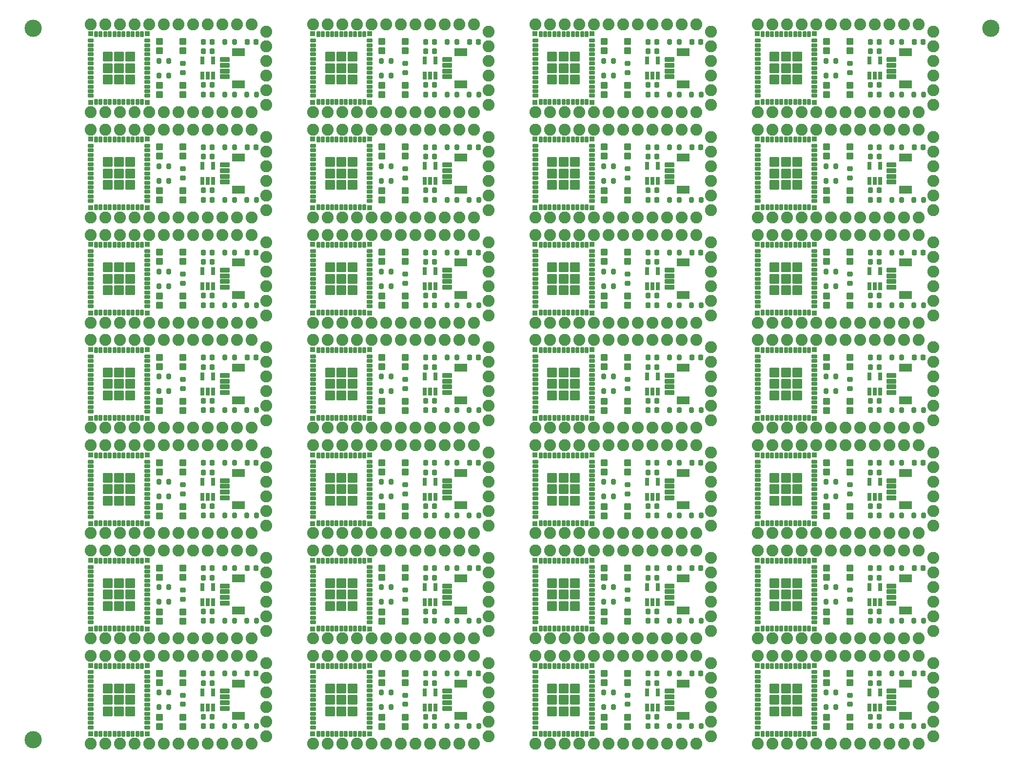
<source format=gts>
%TF.GenerationSoftware,KiCad,Pcbnew,7.0.6*%
%TF.CreationDate,2023-09-13T11:49:13-06:00*%
%TF.ProjectId,SparkFun_ESP32_Qwiic_Pro_Mini_panelized,53706172-6b46-4756-9e5f-45535033325f,rev?*%
%TF.SameCoordinates,Original*%
%TF.FileFunction,Soldermask,Top*%
%TF.FilePolarity,Negative*%
%FSLAX46Y46*%
G04 Gerber Fmt 4.6, Leading zero omitted, Abs format (unit mm)*
G04 Created by KiCad (PCBNEW 7.0.6) date 2023-09-13 11:49:13*
%MOMM*%
%LPD*%
G01*
G04 APERTURE LIST*
G04 Aperture macros list*
%AMRoundRect*
0 Rectangle with rounded corners*
0 $1 Rounding radius*
0 $2 $3 $4 $5 $6 $7 $8 $9 X,Y pos of 4 corners*
0 Add a 4 corners polygon primitive as box body*
4,1,4,$2,$3,$4,$5,$6,$7,$8,$9,$2,$3,0*
0 Add four circle primitives for the rounded corners*
1,1,$1+$1,$2,$3*
1,1,$1+$1,$4,$5*
1,1,$1+$1,$6,$7*
1,1,$1+$1,$8,$9*
0 Add four rect primitives between the rounded corners*
20,1,$1+$1,$2,$3,$4,$5,0*
20,1,$1+$1,$4,$5,$6,$7,0*
20,1,$1+$1,$6,$7,$8,$9,0*
20,1,$1+$1,$8,$9,$2,$3,0*%
G04 Aperture macros list end*
%ADD10C,3.000000*%
%ADD11C,2.082800*%
%ADD12RoundRect,0.218750X0.218750X0.256250X-0.218750X0.256250X-0.218750X-0.256250X0.218750X-0.256250X0*%
%ADD13RoundRect,0.200000X0.200000X0.275000X-0.200000X0.275000X-0.200000X-0.275000X0.200000X-0.275000X0*%
%ADD14RoundRect,0.101600X0.450000X0.500000X-0.450000X0.500000X-0.450000X-0.500000X0.450000X-0.500000X0*%
%ADD15RoundRect,0.225000X-0.225000X-0.250000X0.225000X-0.250000X0.225000X0.250000X-0.225000X0.250000X0*%
%ADD16RoundRect,0.101600X-0.775000X0.300000X-0.775000X-0.300000X0.775000X-0.300000X0.775000X0.300000X0*%
%ADD17RoundRect,0.101600X-1.000000X0.600000X-1.000000X-0.600000X1.000000X-0.600000X1.000000X0.600000X0*%
%ADD18RoundRect,0.101600X-0.450000X-0.500000X0.450000X-0.500000X0.450000X0.500000X-0.450000X0.500000X0*%
%ADD19RoundRect,0.200000X-0.200000X-0.275000X0.200000X-0.275000X0.200000X0.275000X-0.200000X0.275000X0*%
%ADD20RoundRect,0.225000X0.225000X0.250000X-0.225000X0.250000X-0.225000X-0.250000X0.225000X-0.250000X0*%
%ADD21RoundRect,0.101600X-0.275000X-0.600000X0.275000X-0.600000X0.275000X0.600000X-0.275000X0.600000X0*%
%ADD22RoundRect,0.218750X0.256250X-0.218750X0.256250X0.218750X-0.256250X0.218750X-0.256250X-0.218750X0*%
%ADD23RoundRect,0.101600X0.200000X0.400000X-0.200000X0.400000X-0.200000X-0.400000X0.200000X-0.400000X0*%
%ADD24RoundRect,0.101600X0.400000X-0.200000X0.400000X0.200000X-0.400000X0.200000X-0.400000X-0.200000X0*%
%ADD25RoundRect,0.101600X0.725000X-0.725000X0.725000X0.725000X-0.725000X0.725000X-0.725000X-0.725000X0*%
%ADD26RoundRect,0.101600X0.350000X-0.350000X0.350000X0.350000X-0.350000X0.350000X-0.350000X-0.350000X0*%
G04 APERTURE END LIST*
D10*
%TO.C,*%
X157575000Y125460000D03*
%TD*%
%TO.C,*%
X-8755000Y2000000D03*
%TD*%
%TO.C,*%
X-8755000Y125460000D03*
%TD*%
D11*
%TO.C,J2*%
X117070000Y110950000D03*
X119610000Y110950000D03*
X122150000Y110950000D03*
X124690000Y110950000D03*
X127230000Y110950000D03*
X129770000Y110950000D03*
X132310000Y110950000D03*
X134850000Y110950000D03*
X137390000Y110950000D03*
X139930000Y110950000D03*
X142470000Y110950000D03*
X145010000Y110950000D03*
%TD*%
%TO.C,J2*%
X117070000Y92670000D03*
X119610000Y92670000D03*
X122150000Y92670000D03*
X124690000Y92670000D03*
X127230000Y92670000D03*
X129770000Y92670000D03*
X132310000Y92670000D03*
X134850000Y92670000D03*
X137390000Y92670000D03*
X139930000Y92670000D03*
X142470000Y92670000D03*
X145010000Y92670000D03*
%TD*%
%TO.C,J2*%
X117070000Y74390000D03*
X119610000Y74390000D03*
X122150000Y74390000D03*
X124690000Y74390000D03*
X127230000Y74390000D03*
X129770000Y74390000D03*
X132310000Y74390000D03*
X134850000Y74390000D03*
X137390000Y74390000D03*
X139930000Y74390000D03*
X142470000Y74390000D03*
X145010000Y74390000D03*
%TD*%
%TO.C,J2*%
X117070000Y56110000D03*
X119610000Y56110000D03*
X122150000Y56110000D03*
X124690000Y56110000D03*
X127230000Y56110000D03*
X129770000Y56110000D03*
X132310000Y56110000D03*
X134850000Y56110000D03*
X137390000Y56110000D03*
X139930000Y56110000D03*
X142470000Y56110000D03*
X145010000Y56110000D03*
%TD*%
%TO.C,J2*%
X117070000Y37830000D03*
X119610000Y37830000D03*
X122150000Y37830000D03*
X124690000Y37830000D03*
X127230000Y37830000D03*
X129770000Y37830000D03*
X132310000Y37830000D03*
X134850000Y37830000D03*
X137390000Y37830000D03*
X139930000Y37830000D03*
X142470000Y37830000D03*
X145010000Y37830000D03*
%TD*%
%TO.C,J2*%
X117070000Y19550000D03*
X119610000Y19550000D03*
X122150000Y19550000D03*
X124690000Y19550000D03*
X127230000Y19550000D03*
X129770000Y19550000D03*
X132310000Y19550000D03*
X134850000Y19550000D03*
X137390000Y19550000D03*
X139930000Y19550000D03*
X142470000Y19550000D03*
X145010000Y19550000D03*
%TD*%
%TO.C,J2*%
X117070000Y1270000D03*
X119610000Y1270000D03*
X122150000Y1270000D03*
X124690000Y1270000D03*
X127230000Y1270000D03*
X129770000Y1270000D03*
X132310000Y1270000D03*
X134850000Y1270000D03*
X137390000Y1270000D03*
X139930000Y1270000D03*
X142470000Y1270000D03*
X145010000Y1270000D03*
%TD*%
%TO.C,J2*%
X78470000Y110950000D03*
X81010000Y110950000D03*
X83550000Y110950000D03*
X86090000Y110950000D03*
X88630000Y110950000D03*
X91170000Y110950000D03*
X93710000Y110950000D03*
X96250000Y110950000D03*
X98790000Y110950000D03*
X101330000Y110950000D03*
X103870000Y110950000D03*
X106410000Y110950000D03*
%TD*%
%TO.C,J2*%
X78470000Y92670000D03*
X81010000Y92670000D03*
X83550000Y92670000D03*
X86090000Y92670000D03*
X88630000Y92670000D03*
X91170000Y92670000D03*
X93710000Y92670000D03*
X96250000Y92670000D03*
X98790000Y92670000D03*
X101330000Y92670000D03*
X103870000Y92670000D03*
X106410000Y92670000D03*
%TD*%
%TO.C,J2*%
X78470000Y74390000D03*
X81010000Y74390000D03*
X83550000Y74390000D03*
X86090000Y74390000D03*
X88630000Y74390000D03*
X91170000Y74390000D03*
X93710000Y74390000D03*
X96250000Y74390000D03*
X98790000Y74390000D03*
X101330000Y74390000D03*
X103870000Y74390000D03*
X106410000Y74390000D03*
%TD*%
%TO.C,J2*%
X78470000Y56110000D03*
X81010000Y56110000D03*
X83550000Y56110000D03*
X86090000Y56110000D03*
X88630000Y56110000D03*
X91170000Y56110000D03*
X93710000Y56110000D03*
X96250000Y56110000D03*
X98790000Y56110000D03*
X101330000Y56110000D03*
X103870000Y56110000D03*
X106410000Y56110000D03*
%TD*%
%TO.C,J2*%
X78470000Y37830000D03*
X81010000Y37830000D03*
X83550000Y37830000D03*
X86090000Y37830000D03*
X88630000Y37830000D03*
X91170000Y37830000D03*
X93710000Y37830000D03*
X96250000Y37830000D03*
X98790000Y37830000D03*
X101330000Y37830000D03*
X103870000Y37830000D03*
X106410000Y37830000D03*
%TD*%
%TO.C,J2*%
X78470000Y19550000D03*
X81010000Y19550000D03*
X83550000Y19550000D03*
X86090000Y19550000D03*
X88630000Y19550000D03*
X91170000Y19550000D03*
X93710000Y19550000D03*
X96250000Y19550000D03*
X98790000Y19550000D03*
X101330000Y19550000D03*
X103870000Y19550000D03*
X106410000Y19550000D03*
%TD*%
%TO.C,J2*%
X78470000Y1270000D03*
X81010000Y1270000D03*
X83550000Y1270000D03*
X86090000Y1270000D03*
X88630000Y1270000D03*
X91170000Y1270000D03*
X93710000Y1270000D03*
X96250000Y1270000D03*
X98790000Y1270000D03*
X101330000Y1270000D03*
X103870000Y1270000D03*
X106410000Y1270000D03*
%TD*%
%TO.C,J2*%
X39870000Y110950000D03*
X42410000Y110950000D03*
X44950000Y110950000D03*
X47490000Y110950000D03*
X50030000Y110950000D03*
X52570000Y110950000D03*
X55110000Y110950000D03*
X57650000Y110950000D03*
X60190000Y110950000D03*
X62730000Y110950000D03*
X65270000Y110950000D03*
X67810000Y110950000D03*
%TD*%
%TO.C,J2*%
X39870000Y92670000D03*
X42410000Y92670000D03*
X44950000Y92670000D03*
X47490000Y92670000D03*
X50030000Y92670000D03*
X52570000Y92670000D03*
X55110000Y92670000D03*
X57650000Y92670000D03*
X60190000Y92670000D03*
X62730000Y92670000D03*
X65270000Y92670000D03*
X67810000Y92670000D03*
%TD*%
%TO.C,J2*%
X39870000Y74390000D03*
X42410000Y74390000D03*
X44950000Y74390000D03*
X47490000Y74390000D03*
X50030000Y74390000D03*
X52570000Y74390000D03*
X55110000Y74390000D03*
X57650000Y74390000D03*
X60190000Y74390000D03*
X62730000Y74390000D03*
X65270000Y74390000D03*
X67810000Y74390000D03*
%TD*%
%TO.C,J2*%
X39870000Y56110000D03*
X42410000Y56110000D03*
X44950000Y56110000D03*
X47490000Y56110000D03*
X50030000Y56110000D03*
X52570000Y56110000D03*
X55110000Y56110000D03*
X57650000Y56110000D03*
X60190000Y56110000D03*
X62730000Y56110000D03*
X65270000Y56110000D03*
X67810000Y56110000D03*
%TD*%
%TO.C,J2*%
X39870000Y37830000D03*
X42410000Y37830000D03*
X44950000Y37830000D03*
X47490000Y37830000D03*
X50030000Y37830000D03*
X52570000Y37830000D03*
X55110000Y37830000D03*
X57650000Y37830000D03*
X60190000Y37830000D03*
X62730000Y37830000D03*
X65270000Y37830000D03*
X67810000Y37830000D03*
%TD*%
%TO.C,J2*%
X39870000Y19550000D03*
X42410000Y19550000D03*
X44950000Y19550000D03*
X47490000Y19550000D03*
X50030000Y19550000D03*
X52570000Y19550000D03*
X55110000Y19550000D03*
X57650000Y19550000D03*
X60190000Y19550000D03*
X62730000Y19550000D03*
X65270000Y19550000D03*
X67810000Y19550000D03*
%TD*%
%TO.C,J2*%
X39870000Y1270000D03*
X42410000Y1270000D03*
X44950000Y1270000D03*
X47490000Y1270000D03*
X50030000Y1270000D03*
X52570000Y1270000D03*
X55110000Y1270000D03*
X57650000Y1270000D03*
X60190000Y1270000D03*
X62730000Y1270000D03*
X65270000Y1270000D03*
X67810000Y1270000D03*
%TD*%
%TO.C,J2*%
X1270000Y110950000D03*
X3810000Y110950000D03*
X6350000Y110950000D03*
X8890000Y110950000D03*
X11430000Y110950000D03*
X13970000Y110950000D03*
X16510000Y110950000D03*
X19050000Y110950000D03*
X21590000Y110950000D03*
X24130000Y110950000D03*
X26670000Y110950000D03*
X29210000Y110950000D03*
%TD*%
%TO.C,J2*%
X1270000Y92670000D03*
X3810000Y92670000D03*
X6350000Y92670000D03*
X8890000Y92670000D03*
X11430000Y92670000D03*
X13970000Y92670000D03*
X16510000Y92670000D03*
X19050000Y92670000D03*
X21590000Y92670000D03*
X24130000Y92670000D03*
X26670000Y92670000D03*
X29210000Y92670000D03*
%TD*%
%TO.C,J2*%
X1270000Y74390000D03*
X3810000Y74390000D03*
X6350000Y74390000D03*
X8890000Y74390000D03*
X11430000Y74390000D03*
X13970000Y74390000D03*
X16510000Y74390000D03*
X19050000Y74390000D03*
X21590000Y74390000D03*
X24130000Y74390000D03*
X26670000Y74390000D03*
X29210000Y74390000D03*
%TD*%
%TO.C,J2*%
X1270000Y56110000D03*
X3810000Y56110000D03*
X6350000Y56110000D03*
X8890000Y56110000D03*
X11430000Y56110000D03*
X13970000Y56110000D03*
X16510000Y56110000D03*
X19050000Y56110000D03*
X21590000Y56110000D03*
X24130000Y56110000D03*
X26670000Y56110000D03*
X29210000Y56110000D03*
%TD*%
%TO.C,J2*%
X1270000Y37830000D03*
X3810000Y37830000D03*
X6350000Y37830000D03*
X8890000Y37830000D03*
X11430000Y37830000D03*
X13970000Y37830000D03*
X16510000Y37830000D03*
X19050000Y37830000D03*
X21590000Y37830000D03*
X24130000Y37830000D03*
X26670000Y37830000D03*
X29210000Y37830000D03*
%TD*%
%TO.C,J2*%
X1270000Y19550000D03*
X3810000Y19550000D03*
X6350000Y19550000D03*
X8890000Y19550000D03*
X11430000Y19550000D03*
X13970000Y19550000D03*
X16510000Y19550000D03*
X19050000Y19550000D03*
X21590000Y19550000D03*
X24130000Y19550000D03*
X26670000Y19550000D03*
X29210000Y19550000D03*
%TD*%
D12*
%TO.C,D2*%
X145797500Y123142000D03*
X144222500Y123142000D03*
%TD*%
%TO.C,D2*%
X145797500Y104862000D03*
X144222500Y104862000D03*
%TD*%
%TO.C,D2*%
X145797500Y86582000D03*
X144222500Y86582000D03*
%TD*%
%TO.C,D2*%
X145797500Y68302000D03*
X144222500Y68302000D03*
%TD*%
%TO.C,D2*%
X145797500Y50022000D03*
X144222500Y50022000D03*
%TD*%
%TO.C,D2*%
X145797500Y31742000D03*
X144222500Y31742000D03*
%TD*%
%TO.C,D2*%
X145797500Y13462000D03*
X144222500Y13462000D03*
%TD*%
%TO.C,D2*%
X107197500Y123142000D03*
X105622500Y123142000D03*
%TD*%
%TO.C,D2*%
X107197500Y104862000D03*
X105622500Y104862000D03*
%TD*%
%TO.C,D2*%
X107197500Y86582000D03*
X105622500Y86582000D03*
%TD*%
%TO.C,D2*%
X107197500Y68302000D03*
X105622500Y68302000D03*
%TD*%
%TO.C,D2*%
X107197500Y50022000D03*
X105622500Y50022000D03*
%TD*%
%TO.C,D2*%
X107197500Y31742000D03*
X105622500Y31742000D03*
%TD*%
%TO.C,D2*%
X107197500Y13462000D03*
X105622500Y13462000D03*
%TD*%
%TO.C,D2*%
X68597500Y123142000D03*
X67022500Y123142000D03*
%TD*%
%TO.C,D2*%
X68597500Y104862000D03*
X67022500Y104862000D03*
%TD*%
%TO.C,D2*%
X68597500Y86582000D03*
X67022500Y86582000D03*
%TD*%
%TO.C,D2*%
X68597500Y68302000D03*
X67022500Y68302000D03*
%TD*%
%TO.C,D2*%
X68597500Y50022000D03*
X67022500Y50022000D03*
%TD*%
%TO.C,D2*%
X68597500Y31742000D03*
X67022500Y31742000D03*
%TD*%
%TO.C,D2*%
X68597500Y13462000D03*
X67022500Y13462000D03*
%TD*%
%TO.C,D2*%
X29997500Y123142000D03*
X28422500Y123142000D03*
%TD*%
%TO.C,D2*%
X29997500Y104862000D03*
X28422500Y104862000D03*
%TD*%
%TO.C,D2*%
X29997500Y86582000D03*
X28422500Y86582000D03*
%TD*%
%TO.C,D2*%
X29997500Y68302000D03*
X28422500Y68302000D03*
%TD*%
%TO.C,D2*%
X29997500Y50022000D03*
X28422500Y50022000D03*
%TD*%
%TO.C,D2*%
X29997500Y31742000D03*
X28422500Y31742000D03*
%TD*%
D13*
%TO.C,R4*%
X130595000Y119840000D03*
X128945000Y119840000D03*
%TD*%
%TO.C,R4*%
X130595000Y101560000D03*
X128945000Y101560000D03*
%TD*%
%TO.C,R4*%
X130595000Y83280000D03*
X128945000Y83280000D03*
%TD*%
%TO.C,R4*%
X130595000Y65000000D03*
X128945000Y65000000D03*
%TD*%
%TO.C,R4*%
X130595000Y46720000D03*
X128945000Y46720000D03*
%TD*%
%TO.C,R4*%
X130595000Y28440000D03*
X128945000Y28440000D03*
%TD*%
%TO.C,R4*%
X130595000Y10160000D03*
X128945000Y10160000D03*
%TD*%
%TO.C,R4*%
X91995000Y119840000D03*
X90345000Y119840000D03*
%TD*%
%TO.C,R4*%
X91995000Y101560000D03*
X90345000Y101560000D03*
%TD*%
%TO.C,R4*%
X91995000Y83280000D03*
X90345000Y83280000D03*
%TD*%
%TO.C,R4*%
X91995000Y65000000D03*
X90345000Y65000000D03*
%TD*%
%TO.C,R4*%
X91995000Y46720000D03*
X90345000Y46720000D03*
%TD*%
%TO.C,R4*%
X91995000Y28440000D03*
X90345000Y28440000D03*
%TD*%
%TO.C,R4*%
X91995000Y10160000D03*
X90345000Y10160000D03*
%TD*%
%TO.C,R4*%
X53395000Y119840000D03*
X51745000Y119840000D03*
%TD*%
%TO.C,R4*%
X53395000Y101560000D03*
X51745000Y101560000D03*
%TD*%
%TO.C,R4*%
X53395000Y83280000D03*
X51745000Y83280000D03*
%TD*%
%TO.C,R4*%
X53395000Y65000000D03*
X51745000Y65000000D03*
%TD*%
%TO.C,R4*%
X53395000Y46720000D03*
X51745000Y46720000D03*
%TD*%
%TO.C,R4*%
X53395000Y28440000D03*
X51745000Y28440000D03*
%TD*%
%TO.C,R4*%
X53395000Y10160000D03*
X51745000Y10160000D03*
%TD*%
%TO.C,R4*%
X14795000Y119840000D03*
X13145000Y119840000D03*
%TD*%
%TO.C,R4*%
X14795000Y101560000D03*
X13145000Y101560000D03*
%TD*%
%TO.C,R4*%
X14795000Y83280000D03*
X13145000Y83280000D03*
%TD*%
%TO.C,R4*%
X14795000Y65000000D03*
X13145000Y65000000D03*
%TD*%
%TO.C,R4*%
X14795000Y46720000D03*
X13145000Y46720000D03*
%TD*%
%TO.C,R4*%
X14795000Y28440000D03*
X13145000Y28440000D03*
%TD*%
D11*
%TO.C,J3*%
X117070000Y126190000D03*
X119610000Y126190000D03*
X122150000Y126190000D03*
X124690000Y126190000D03*
X127230000Y126190000D03*
X129770000Y126190000D03*
X132310000Y126190000D03*
X134850000Y126190000D03*
X137390000Y126190000D03*
X139930000Y126190000D03*
X142470000Y126190000D03*
X145010000Y126190000D03*
%TD*%
%TO.C,J3*%
X117070000Y107910000D03*
X119610000Y107910000D03*
X122150000Y107910000D03*
X124690000Y107910000D03*
X127230000Y107910000D03*
X129770000Y107910000D03*
X132310000Y107910000D03*
X134850000Y107910000D03*
X137390000Y107910000D03*
X139930000Y107910000D03*
X142470000Y107910000D03*
X145010000Y107910000D03*
%TD*%
%TO.C,J3*%
X117070000Y89630000D03*
X119610000Y89630000D03*
X122150000Y89630000D03*
X124690000Y89630000D03*
X127230000Y89630000D03*
X129770000Y89630000D03*
X132310000Y89630000D03*
X134850000Y89630000D03*
X137390000Y89630000D03*
X139930000Y89630000D03*
X142470000Y89630000D03*
X145010000Y89630000D03*
%TD*%
%TO.C,J3*%
X117070000Y71350000D03*
X119610000Y71350000D03*
X122150000Y71350000D03*
X124690000Y71350000D03*
X127230000Y71350000D03*
X129770000Y71350000D03*
X132310000Y71350000D03*
X134850000Y71350000D03*
X137390000Y71350000D03*
X139930000Y71350000D03*
X142470000Y71350000D03*
X145010000Y71350000D03*
%TD*%
%TO.C,J3*%
X117070000Y53070000D03*
X119610000Y53070000D03*
X122150000Y53070000D03*
X124690000Y53070000D03*
X127230000Y53070000D03*
X129770000Y53070000D03*
X132310000Y53070000D03*
X134850000Y53070000D03*
X137390000Y53070000D03*
X139930000Y53070000D03*
X142470000Y53070000D03*
X145010000Y53070000D03*
%TD*%
%TO.C,J3*%
X117070000Y34790000D03*
X119610000Y34790000D03*
X122150000Y34790000D03*
X124690000Y34790000D03*
X127230000Y34790000D03*
X129770000Y34790000D03*
X132310000Y34790000D03*
X134850000Y34790000D03*
X137390000Y34790000D03*
X139930000Y34790000D03*
X142470000Y34790000D03*
X145010000Y34790000D03*
%TD*%
%TO.C,J3*%
X117070000Y16510000D03*
X119610000Y16510000D03*
X122150000Y16510000D03*
X124690000Y16510000D03*
X127230000Y16510000D03*
X129770000Y16510000D03*
X132310000Y16510000D03*
X134850000Y16510000D03*
X137390000Y16510000D03*
X139930000Y16510000D03*
X142470000Y16510000D03*
X145010000Y16510000D03*
%TD*%
%TO.C,J3*%
X78470000Y126190000D03*
X81010000Y126190000D03*
X83550000Y126190000D03*
X86090000Y126190000D03*
X88630000Y126190000D03*
X91170000Y126190000D03*
X93710000Y126190000D03*
X96250000Y126190000D03*
X98790000Y126190000D03*
X101330000Y126190000D03*
X103870000Y126190000D03*
X106410000Y126190000D03*
%TD*%
%TO.C,J3*%
X78470000Y107910000D03*
X81010000Y107910000D03*
X83550000Y107910000D03*
X86090000Y107910000D03*
X88630000Y107910000D03*
X91170000Y107910000D03*
X93710000Y107910000D03*
X96250000Y107910000D03*
X98790000Y107910000D03*
X101330000Y107910000D03*
X103870000Y107910000D03*
X106410000Y107910000D03*
%TD*%
%TO.C,J3*%
X78470000Y89630000D03*
X81010000Y89630000D03*
X83550000Y89630000D03*
X86090000Y89630000D03*
X88630000Y89630000D03*
X91170000Y89630000D03*
X93710000Y89630000D03*
X96250000Y89630000D03*
X98790000Y89630000D03*
X101330000Y89630000D03*
X103870000Y89630000D03*
X106410000Y89630000D03*
%TD*%
%TO.C,J3*%
X78470000Y71350000D03*
X81010000Y71350000D03*
X83550000Y71350000D03*
X86090000Y71350000D03*
X88630000Y71350000D03*
X91170000Y71350000D03*
X93710000Y71350000D03*
X96250000Y71350000D03*
X98790000Y71350000D03*
X101330000Y71350000D03*
X103870000Y71350000D03*
X106410000Y71350000D03*
%TD*%
%TO.C,J3*%
X78470000Y53070000D03*
X81010000Y53070000D03*
X83550000Y53070000D03*
X86090000Y53070000D03*
X88630000Y53070000D03*
X91170000Y53070000D03*
X93710000Y53070000D03*
X96250000Y53070000D03*
X98790000Y53070000D03*
X101330000Y53070000D03*
X103870000Y53070000D03*
X106410000Y53070000D03*
%TD*%
%TO.C,J3*%
X78470000Y34790000D03*
X81010000Y34790000D03*
X83550000Y34790000D03*
X86090000Y34790000D03*
X88630000Y34790000D03*
X91170000Y34790000D03*
X93710000Y34790000D03*
X96250000Y34790000D03*
X98790000Y34790000D03*
X101330000Y34790000D03*
X103870000Y34790000D03*
X106410000Y34790000D03*
%TD*%
%TO.C,J3*%
X78470000Y16510000D03*
X81010000Y16510000D03*
X83550000Y16510000D03*
X86090000Y16510000D03*
X88630000Y16510000D03*
X91170000Y16510000D03*
X93710000Y16510000D03*
X96250000Y16510000D03*
X98790000Y16510000D03*
X101330000Y16510000D03*
X103870000Y16510000D03*
X106410000Y16510000D03*
%TD*%
%TO.C,J3*%
X39870000Y126190000D03*
X42410000Y126190000D03*
X44950000Y126190000D03*
X47490000Y126190000D03*
X50030000Y126190000D03*
X52570000Y126190000D03*
X55110000Y126190000D03*
X57650000Y126190000D03*
X60190000Y126190000D03*
X62730000Y126190000D03*
X65270000Y126190000D03*
X67810000Y126190000D03*
%TD*%
%TO.C,J3*%
X39870000Y107910000D03*
X42410000Y107910000D03*
X44950000Y107910000D03*
X47490000Y107910000D03*
X50030000Y107910000D03*
X52570000Y107910000D03*
X55110000Y107910000D03*
X57650000Y107910000D03*
X60190000Y107910000D03*
X62730000Y107910000D03*
X65270000Y107910000D03*
X67810000Y107910000D03*
%TD*%
%TO.C,J3*%
X39870000Y89630000D03*
X42410000Y89630000D03*
X44950000Y89630000D03*
X47490000Y89630000D03*
X50030000Y89630000D03*
X52570000Y89630000D03*
X55110000Y89630000D03*
X57650000Y89630000D03*
X60190000Y89630000D03*
X62730000Y89630000D03*
X65270000Y89630000D03*
X67810000Y89630000D03*
%TD*%
%TO.C,J3*%
X39870000Y71350000D03*
X42410000Y71350000D03*
X44950000Y71350000D03*
X47490000Y71350000D03*
X50030000Y71350000D03*
X52570000Y71350000D03*
X55110000Y71350000D03*
X57650000Y71350000D03*
X60190000Y71350000D03*
X62730000Y71350000D03*
X65270000Y71350000D03*
X67810000Y71350000D03*
%TD*%
%TO.C,J3*%
X39870000Y53070000D03*
X42410000Y53070000D03*
X44950000Y53070000D03*
X47490000Y53070000D03*
X50030000Y53070000D03*
X52570000Y53070000D03*
X55110000Y53070000D03*
X57650000Y53070000D03*
X60190000Y53070000D03*
X62730000Y53070000D03*
X65270000Y53070000D03*
X67810000Y53070000D03*
%TD*%
%TO.C,J3*%
X39870000Y34790000D03*
X42410000Y34790000D03*
X44950000Y34790000D03*
X47490000Y34790000D03*
X50030000Y34790000D03*
X52570000Y34790000D03*
X55110000Y34790000D03*
X57650000Y34790000D03*
X60190000Y34790000D03*
X62730000Y34790000D03*
X65270000Y34790000D03*
X67810000Y34790000D03*
%TD*%
%TO.C,J3*%
X39870000Y16510000D03*
X42410000Y16510000D03*
X44950000Y16510000D03*
X47490000Y16510000D03*
X50030000Y16510000D03*
X52570000Y16510000D03*
X55110000Y16510000D03*
X57650000Y16510000D03*
X60190000Y16510000D03*
X62730000Y16510000D03*
X65270000Y16510000D03*
X67810000Y16510000D03*
%TD*%
%TO.C,J3*%
X1270000Y126190000D03*
X3810000Y126190000D03*
X6350000Y126190000D03*
X8890000Y126190000D03*
X11430000Y126190000D03*
X13970000Y126190000D03*
X16510000Y126190000D03*
X19050000Y126190000D03*
X21590000Y126190000D03*
X24130000Y126190000D03*
X26670000Y126190000D03*
X29210000Y126190000D03*
%TD*%
%TO.C,J3*%
X1270000Y107910000D03*
X3810000Y107910000D03*
X6350000Y107910000D03*
X8890000Y107910000D03*
X11430000Y107910000D03*
X13970000Y107910000D03*
X16510000Y107910000D03*
X19050000Y107910000D03*
X21590000Y107910000D03*
X24130000Y107910000D03*
X26670000Y107910000D03*
X29210000Y107910000D03*
%TD*%
%TO.C,J3*%
X1270000Y89630000D03*
X3810000Y89630000D03*
X6350000Y89630000D03*
X8890000Y89630000D03*
X11430000Y89630000D03*
X13970000Y89630000D03*
X16510000Y89630000D03*
X19050000Y89630000D03*
X21590000Y89630000D03*
X24130000Y89630000D03*
X26670000Y89630000D03*
X29210000Y89630000D03*
%TD*%
%TO.C,J3*%
X1270000Y71350000D03*
X3810000Y71350000D03*
X6350000Y71350000D03*
X8890000Y71350000D03*
X11430000Y71350000D03*
X13970000Y71350000D03*
X16510000Y71350000D03*
X19050000Y71350000D03*
X21590000Y71350000D03*
X24130000Y71350000D03*
X26670000Y71350000D03*
X29210000Y71350000D03*
%TD*%
%TO.C,J3*%
X1270000Y53070000D03*
X3810000Y53070000D03*
X6350000Y53070000D03*
X8890000Y53070000D03*
X11430000Y53070000D03*
X13970000Y53070000D03*
X16510000Y53070000D03*
X19050000Y53070000D03*
X21590000Y53070000D03*
X24130000Y53070000D03*
X26670000Y53070000D03*
X29210000Y53070000D03*
%TD*%
%TO.C,J3*%
X1270000Y34790000D03*
X3810000Y34790000D03*
X6350000Y34790000D03*
X8890000Y34790000D03*
X11430000Y34790000D03*
X13970000Y34790000D03*
X16510000Y34790000D03*
X19050000Y34790000D03*
X21590000Y34790000D03*
X24130000Y34790000D03*
X26670000Y34790000D03*
X29210000Y34790000D03*
%TD*%
D14*
%TO.C,SW1*%
X133090000Y121580000D03*
X128990000Y121580000D03*
X133090000Y123180000D03*
X128990000Y123180000D03*
%TD*%
%TO.C,SW1*%
X133090000Y103300000D03*
X128990000Y103300000D03*
X133090000Y104900000D03*
X128990000Y104900000D03*
%TD*%
%TO.C,SW1*%
X133090000Y85020000D03*
X128990000Y85020000D03*
X133090000Y86620000D03*
X128990000Y86620000D03*
%TD*%
%TO.C,SW1*%
X133090000Y66740000D03*
X128990000Y66740000D03*
X133090000Y68340000D03*
X128990000Y68340000D03*
%TD*%
%TO.C,SW1*%
X133090000Y48460000D03*
X128990000Y48460000D03*
X133090000Y50060000D03*
X128990000Y50060000D03*
%TD*%
%TO.C,SW1*%
X133090000Y30180000D03*
X128990000Y30180000D03*
X133090000Y31780000D03*
X128990000Y31780000D03*
%TD*%
%TO.C,SW1*%
X133090000Y11900000D03*
X128990000Y11900000D03*
X133090000Y13500000D03*
X128990000Y13500000D03*
%TD*%
%TO.C,SW1*%
X94490000Y121580000D03*
X90390000Y121580000D03*
X94490000Y123180000D03*
X90390000Y123180000D03*
%TD*%
%TO.C,SW1*%
X94490000Y103300000D03*
X90390000Y103300000D03*
X94490000Y104900000D03*
X90390000Y104900000D03*
%TD*%
%TO.C,SW1*%
X94490000Y85020000D03*
X90390000Y85020000D03*
X94490000Y86620000D03*
X90390000Y86620000D03*
%TD*%
%TO.C,SW1*%
X94490000Y66740000D03*
X90390000Y66740000D03*
X94490000Y68340000D03*
X90390000Y68340000D03*
%TD*%
%TO.C,SW1*%
X94490000Y48460000D03*
X90390000Y48460000D03*
X94490000Y50060000D03*
X90390000Y50060000D03*
%TD*%
%TO.C,SW1*%
X94490000Y30180000D03*
X90390000Y30180000D03*
X94490000Y31780000D03*
X90390000Y31780000D03*
%TD*%
%TO.C,SW1*%
X94490000Y11900000D03*
X90390000Y11900000D03*
X94490000Y13500000D03*
X90390000Y13500000D03*
%TD*%
%TO.C,SW1*%
X55890000Y121580000D03*
X51790000Y121580000D03*
X55890000Y123180000D03*
X51790000Y123180000D03*
%TD*%
%TO.C,SW1*%
X55890000Y103300000D03*
X51790000Y103300000D03*
X55890000Y104900000D03*
X51790000Y104900000D03*
%TD*%
%TO.C,SW1*%
X55890000Y85020000D03*
X51790000Y85020000D03*
X55890000Y86620000D03*
X51790000Y86620000D03*
%TD*%
%TO.C,SW1*%
X55890000Y66740000D03*
X51790000Y66740000D03*
X55890000Y68340000D03*
X51790000Y68340000D03*
%TD*%
%TO.C,SW1*%
X55890000Y48460000D03*
X51790000Y48460000D03*
X55890000Y50060000D03*
X51790000Y50060000D03*
%TD*%
%TO.C,SW1*%
X55890000Y30180000D03*
X51790000Y30180000D03*
X55890000Y31780000D03*
X51790000Y31780000D03*
%TD*%
%TO.C,SW1*%
X55890000Y11900000D03*
X51790000Y11900000D03*
X55890000Y13500000D03*
X51790000Y13500000D03*
%TD*%
%TO.C,SW1*%
X17290000Y121580000D03*
X13190000Y121580000D03*
X17290000Y123180000D03*
X13190000Y123180000D03*
%TD*%
%TO.C,SW1*%
X17290000Y103300000D03*
X13190000Y103300000D03*
X17290000Y104900000D03*
X13190000Y104900000D03*
%TD*%
%TO.C,SW1*%
X17290000Y85020000D03*
X13190000Y85020000D03*
X17290000Y86620000D03*
X13190000Y86620000D03*
%TD*%
%TO.C,SW1*%
X17290000Y66740000D03*
X13190000Y66740000D03*
X17290000Y68340000D03*
X13190000Y68340000D03*
%TD*%
%TO.C,SW1*%
X17290000Y48460000D03*
X13190000Y48460000D03*
X17290000Y50060000D03*
X13190000Y50060000D03*
%TD*%
%TO.C,SW1*%
X17290000Y30180000D03*
X13190000Y30180000D03*
X17290000Y31780000D03*
X13190000Y31780000D03*
%TD*%
D15*
%TO.C,C3*%
X136615000Y121491000D03*
X138165000Y121491000D03*
%TD*%
%TO.C,C3*%
X136615000Y103211000D03*
X138165000Y103211000D03*
%TD*%
%TO.C,C3*%
X136615000Y84931000D03*
X138165000Y84931000D03*
%TD*%
%TO.C,C3*%
X136615000Y66651000D03*
X138165000Y66651000D03*
%TD*%
%TO.C,C3*%
X136615000Y48371000D03*
X138165000Y48371000D03*
%TD*%
%TO.C,C3*%
X136615000Y30091000D03*
X138165000Y30091000D03*
%TD*%
%TO.C,C3*%
X136615000Y11811000D03*
X138165000Y11811000D03*
%TD*%
%TO.C,C3*%
X98015000Y121491000D03*
X99565000Y121491000D03*
%TD*%
%TO.C,C3*%
X98015000Y103211000D03*
X99565000Y103211000D03*
%TD*%
%TO.C,C3*%
X98015000Y84931000D03*
X99565000Y84931000D03*
%TD*%
%TO.C,C3*%
X98015000Y66651000D03*
X99565000Y66651000D03*
%TD*%
%TO.C,C3*%
X98015000Y48371000D03*
X99565000Y48371000D03*
%TD*%
%TO.C,C3*%
X98015000Y30091000D03*
X99565000Y30091000D03*
%TD*%
%TO.C,C3*%
X98015000Y11811000D03*
X99565000Y11811000D03*
%TD*%
%TO.C,C3*%
X59415000Y121491000D03*
X60965000Y121491000D03*
%TD*%
%TO.C,C3*%
X59415000Y103211000D03*
X60965000Y103211000D03*
%TD*%
%TO.C,C3*%
X59415000Y84931000D03*
X60965000Y84931000D03*
%TD*%
%TO.C,C3*%
X59415000Y66651000D03*
X60965000Y66651000D03*
%TD*%
%TO.C,C3*%
X59415000Y48371000D03*
X60965000Y48371000D03*
%TD*%
%TO.C,C3*%
X59415000Y30091000D03*
X60965000Y30091000D03*
%TD*%
%TO.C,C3*%
X59415000Y11811000D03*
X60965000Y11811000D03*
%TD*%
%TO.C,C3*%
X20815000Y121491000D03*
X22365000Y121491000D03*
%TD*%
%TO.C,C3*%
X20815000Y103211000D03*
X22365000Y103211000D03*
%TD*%
%TO.C,C3*%
X20815000Y84931000D03*
X22365000Y84931000D03*
%TD*%
%TO.C,C3*%
X20815000Y66651000D03*
X22365000Y66651000D03*
%TD*%
%TO.C,C3*%
X20815000Y48371000D03*
X22365000Y48371000D03*
%TD*%
%TO.C,C3*%
X20815000Y30091000D03*
X22365000Y30091000D03*
%TD*%
D16*
%TO.C,J5*%
X140324000Y120070000D03*
X140324000Y119070000D03*
X140324000Y118070000D03*
X140324000Y117070000D03*
D17*
X142749000Y121370000D03*
X142749000Y115770000D03*
%TD*%
D16*
%TO.C,J5*%
X140324000Y101790000D03*
X140324000Y100790000D03*
X140324000Y99790000D03*
X140324000Y98790000D03*
D17*
X142749000Y103090000D03*
X142749000Y97490000D03*
%TD*%
D16*
%TO.C,J5*%
X140324000Y83510000D03*
X140324000Y82510000D03*
X140324000Y81510000D03*
X140324000Y80510000D03*
D17*
X142749000Y84810000D03*
X142749000Y79210000D03*
%TD*%
D16*
%TO.C,J5*%
X140324000Y65230000D03*
X140324000Y64230000D03*
X140324000Y63230000D03*
X140324000Y62230000D03*
D17*
X142749000Y66530000D03*
X142749000Y60930000D03*
%TD*%
D16*
%TO.C,J5*%
X140324000Y46950000D03*
X140324000Y45950000D03*
X140324000Y44950000D03*
X140324000Y43950000D03*
D17*
X142749000Y48250000D03*
X142749000Y42650000D03*
%TD*%
D16*
%TO.C,J5*%
X140324000Y28670000D03*
X140324000Y27670000D03*
X140324000Y26670000D03*
X140324000Y25670000D03*
D17*
X142749000Y29970000D03*
X142749000Y24370000D03*
%TD*%
D16*
%TO.C,J5*%
X140324000Y10390000D03*
X140324000Y9390000D03*
X140324000Y8390000D03*
X140324000Y7390000D03*
D17*
X142749000Y11690000D03*
X142749000Y6090000D03*
%TD*%
D16*
%TO.C,J5*%
X101724000Y120070000D03*
X101724000Y119070000D03*
X101724000Y118070000D03*
X101724000Y117070000D03*
D17*
X104149000Y121370000D03*
X104149000Y115770000D03*
%TD*%
D16*
%TO.C,J5*%
X101724000Y101790000D03*
X101724000Y100790000D03*
X101724000Y99790000D03*
X101724000Y98790000D03*
D17*
X104149000Y103090000D03*
X104149000Y97490000D03*
%TD*%
D16*
%TO.C,J5*%
X101724000Y83510000D03*
X101724000Y82510000D03*
X101724000Y81510000D03*
X101724000Y80510000D03*
D17*
X104149000Y84810000D03*
X104149000Y79210000D03*
%TD*%
D16*
%TO.C,J5*%
X101724000Y65230000D03*
X101724000Y64230000D03*
X101724000Y63230000D03*
X101724000Y62230000D03*
D17*
X104149000Y66530000D03*
X104149000Y60930000D03*
%TD*%
D16*
%TO.C,J5*%
X101724000Y46950000D03*
X101724000Y45950000D03*
X101724000Y44950000D03*
X101724000Y43950000D03*
D17*
X104149000Y48250000D03*
X104149000Y42650000D03*
%TD*%
D16*
%TO.C,J5*%
X101724000Y28670000D03*
X101724000Y27670000D03*
X101724000Y26670000D03*
X101724000Y25670000D03*
D17*
X104149000Y29970000D03*
X104149000Y24370000D03*
%TD*%
D16*
%TO.C,J5*%
X101724000Y10390000D03*
X101724000Y9390000D03*
X101724000Y8390000D03*
X101724000Y7390000D03*
D17*
X104149000Y11690000D03*
X104149000Y6090000D03*
%TD*%
D16*
%TO.C,J5*%
X63124000Y120070000D03*
X63124000Y119070000D03*
X63124000Y118070000D03*
X63124000Y117070000D03*
D17*
X65549000Y121370000D03*
X65549000Y115770000D03*
%TD*%
D16*
%TO.C,J5*%
X63124000Y101790000D03*
X63124000Y100790000D03*
X63124000Y99790000D03*
X63124000Y98790000D03*
D17*
X65549000Y103090000D03*
X65549000Y97490000D03*
%TD*%
D16*
%TO.C,J5*%
X63124000Y83510000D03*
X63124000Y82510000D03*
X63124000Y81510000D03*
X63124000Y80510000D03*
D17*
X65549000Y84810000D03*
X65549000Y79210000D03*
%TD*%
D16*
%TO.C,J5*%
X63124000Y65230000D03*
X63124000Y64230000D03*
X63124000Y63230000D03*
X63124000Y62230000D03*
D17*
X65549000Y66530000D03*
X65549000Y60930000D03*
%TD*%
D16*
%TO.C,J5*%
X63124000Y46950000D03*
X63124000Y45950000D03*
X63124000Y44950000D03*
X63124000Y43950000D03*
D17*
X65549000Y48250000D03*
X65549000Y42650000D03*
%TD*%
D16*
%TO.C,J5*%
X63124000Y28670000D03*
X63124000Y27670000D03*
X63124000Y26670000D03*
X63124000Y25670000D03*
D17*
X65549000Y29970000D03*
X65549000Y24370000D03*
%TD*%
D16*
%TO.C,J5*%
X63124000Y10390000D03*
X63124000Y9390000D03*
X63124000Y8390000D03*
X63124000Y7390000D03*
D17*
X65549000Y11690000D03*
X65549000Y6090000D03*
%TD*%
D16*
%TO.C,J5*%
X24524000Y120070000D03*
X24524000Y119070000D03*
X24524000Y118070000D03*
X24524000Y117070000D03*
D17*
X26949000Y121370000D03*
X26949000Y115770000D03*
%TD*%
D16*
%TO.C,J5*%
X24524000Y101790000D03*
X24524000Y100790000D03*
X24524000Y99790000D03*
X24524000Y98790000D03*
D17*
X26949000Y103090000D03*
X26949000Y97490000D03*
%TD*%
D16*
%TO.C,J5*%
X24524000Y83510000D03*
X24524000Y82510000D03*
X24524000Y81510000D03*
X24524000Y80510000D03*
D17*
X26949000Y84810000D03*
X26949000Y79210000D03*
%TD*%
D16*
%TO.C,J5*%
X24524000Y65230000D03*
X24524000Y64230000D03*
X24524000Y63230000D03*
X24524000Y62230000D03*
D17*
X26949000Y66530000D03*
X26949000Y60930000D03*
%TD*%
D16*
%TO.C,J5*%
X24524000Y46950000D03*
X24524000Y45950000D03*
X24524000Y44950000D03*
X24524000Y43950000D03*
D17*
X26949000Y48250000D03*
X26949000Y42650000D03*
%TD*%
D16*
%TO.C,J5*%
X24524000Y28670000D03*
X24524000Y27670000D03*
X24524000Y26670000D03*
X24524000Y25670000D03*
D17*
X26949000Y29970000D03*
X26949000Y24370000D03*
%TD*%
D15*
%TO.C,C6*%
X136615000Y123142000D03*
X138165000Y123142000D03*
%TD*%
%TO.C,C6*%
X136615000Y104862000D03*
X138165000Y104862000D03*
%TD*%
%TO.C,C6*%
X136615000Y86582000D03*
X138165000Y86582000D03*
%TD*%
%TO.C,C6*%
X136615000Y68302000D03*
X138165000Y68302000D03*
%TD*%
%TO.C,C6*%
X136615000Y50022000D03*
X138165000Y50022000D03*
%TD*%
%TO.C,C6*%
X136615000Y31742000D03*
X138165000Y31742000D03*
%TD*%
%TO.C,C6*%
X136615000Y13462000D03*
X138165000Y13462000D03*
%TD*%
%TO.C,C6*%
X98015000Y123142000D03*
X99565000Y123142000D03*
%TD*%
%TO.C,C6*%
X98015000Y104862000D03*
X99565000Y104862000D03*
%TD*%
%TO.C,C6*%
X98015000Y86582000D03*
X99565000Y86582000D03*
%TD*%
%TO.C,C6*%
X98015000Y68302000D03*
X99565000Y68302000D03*
%TD*%
%TO.C,C6*%
X98015000Y50022000D03*
X99565000Y50022000D03*
%TD*%
%TO.C,C6*%
X98015000Y31742000D03*
X99565000Y31742000D03*
%TD*%
%TO.C,C6*%
X98015000Y13462000D03*
X99565000Y13462000D03*
%TD*%
%TO.C,C6*%
X59415000Y123142000D03*
X60965000Y123142000D03*
%TD*%
%TO.C,C6*%
X59415000Y104862000D03*
X60965000Y104862000D03*
%TD*%
%TO.C,C6*%
X59415000Y86582000D03*
X60965000Y86582000D03*
%TD*%
%TO.C,C6*%
X59415000Y68302000D03*
X60965000Y68302000D03*
%TD*%
%TO.C,C6*%
X59415000Y50022000D03*
X60965000Y50022000D03*
%TD*%
%TO.C,C6*%
X59415000Y31742000D03*
X60965000Y31742000D03*
%TD*%
%TO.C,C6*%
X59415000Y13462000D03*
X60965000Y13462000D03*
%TD*%
%TO.C,C6*%
X20815000Y123142000D03*
X22365000Y123142000D03*
%TD*%
%TO.C,C6*%
X20815000Y104862000D03*
X22365000Y104862000D03*
%TD*%
%TO.C,C6*%
X20815000Y86582000D03*
X22365000Y86582000D03*
%TD*%
%TO.C,C6*%
X20815000Y68302000D03*
X22365000Y68302000D03*
%TD*%
%TO.C,C6*%
X20815000Y50022000D03*
X22365000Y50022000D03*
%TD*%
%TO.C,C6*%
X20815000Y31742000D03*
X22365000Y31742000D03*
%TD*%
D18*
%TO.C,SW2*%
X128990000Y115560000D03*
X133090000Y115560000D03*
X128990000Y113960000D03*
X133090000Y113960000D03*
%TD*%
%TO.C,SW2*%
X128990000Y97280000D03*
X133090000Y97280000D03*
X128990000Y95680000D03*
X133090000Y95680000D03*
%TD*%
%TO.C,SW2*%
X128990000Y79000000D03*
X133090000Y79000000D03*
X128990000Y77400000D03*
X133090000Y77400000D03*
%TD*%
%TO.C,SW2*%
X128990000Y60720000D03*
X133090000Y60720000D03*
X128990000Y59120000D03*
X133090000Y59120000D03*
%TD*%
%TO.C,SW2*%
X128990000Y42440000D03*
X133090000Y42440000D03*
X128990000Y40840000D03*
X133090000Y40840000D03*
%TD*%
%TO.C,SW2*%
X128990000Y24160000D03*
X133090000Y24160000D03*
X128990000Y22560000D03*
X133090000Y22560000D03*
%TD*%
%TO.C,SW2*%
X128990000Y5880000D03*
X133090000Y5880000D03*
X128990000Y4280000D03*
X133090000Y4280000D03*
%TD*%
%TO.C,SW2*%
X90390000Y115560000D03*
X94490000Y115560000D03*
X90390000Y113960000D03*
X94490000Y113960000D03*
%TD*%
%TO.C,SW2*%
X90390000Y97280000D03*
X94490000Y97280000D03*
X90390000Y95680000D03*
X94490000Y95680000D03*
%TD*%
%TO.C,SW2*%
X90390000Y79000000D03*
X94490000Y79000000D03*
X90390000Y77400000D03*
X94490000Y77400000D03*
%TD*%
%TO.C,SW2*%
X90390000Y60720000D03*
X94490000Y60720000D03*
X90390000Y59120000D03*
X94490000Y59120000D03*
%TD*%
%TO.C,SW2*%
X90390000Y42440000D03*
X94490000Y42440000D03*
X90390000Y40840000D03*
X94490000Y40840000D03*
%TD*%
%TO.C,SW2*%
X90390000Y24160000D03*
X94490000Y24160000D03*
X90390000Y22560000D03*
X94490000Y22560000D03*
%TD*%
%TO.C,SW2*%
X90390000Y5880000D03*
X94490000Y5880000D03*
X90390000Y4280000D03*
X94490000Y4280000D03*
%TD*%
%TO.C,SW2*%
X51790000Y115560000D03*
X55890000Y115560000D03*
X51790000Y113960000D03*
X55890000Y113960000D03*
%TD*%
%TO.C,SW2*%
X51790000Y97280000D03*
X55890000Y97280000D03*
X51790000Y95680000D03*
X55890000Y95680000D03*
%TD*%
%TO.C,SW2*%
X51790000Y79000000D03*
X55890000Y79000000D03*
X51790000Y77400000D03*
X55890000Y77400000D03*
%TD*%
%TO.C,SW2*%
X51790000Y60720000D03*
X55890000Y60720000D03*
X51790000Y59120000D03*
X55890000Y59120000D03*
%TD*%
%TO.C,SW2*%
X51790000Y42440000D03*
X55890000Y42440000D03*
X51790000Y40840000D03*
X55890000Y40840000D03*
%TD*%
%TO.C,SW2*%
X51790000Y24160000D03*
X55890000Y24160000D03*
X51790000Y22560000D03*
X55890000Y22560000D03*
%TD*%
%TO.C,SW2*%
X51790000Y5880000D03*
X55890000Y5880000D03*
X51790000Y4280000D03*
X55890000Y4280000D03*
%TD*%
%TO.C,SW2*%
X13190000Y115560000D03*
X17290000Y115560000D03*
X13190000Y113960000D03*
X17290000Y113960000D03*
%TD*%
%TO.C,SW2*%
X13190000Y97280000D03*
X17290000Y97280000D03*
X13190000Y95680000D03*
X17290000Y95680000D03*
%TD*%
%TO.C,SW2*%
X13190000Y79000000D03*
X17290000Y79000000D03*
X13190000Y77400000D03*
X17290000Y77400000D03*
%TD*%
%TO.C,SW2*%
X13190000Y60720000D03*
X17290000Y60720000D03*
X13190000Y59120000D03*
X17290000Y59120000D03*
%TD*%
%TO.C,SW2*%
X13190000Y42440000D03*
X17290000Y42440000D03*
X13190000Y40840000D03*
X17290000Y40840000D03*
%TD*%
%TO.C,SW2*%
X13190000Y24160000D03*
X17290000Y24160000D03*
X13190000Y22560000D03*
X17290000Y22560000D03*
%TD*%
D13*
%TO.C,R1*%
X142025000Y123142000D03*
X140375000Y123142000D03*
%TD*%
%TO.C,R1*%
X142025000Y104862000D03*
X140375000Y104862000D03*
%TD*%
%TO.C,R1*%
X142025000Y86582000D03*
X140375000Y86582000D03*
%TD*%
%TO.C,R1*%
X142025000Y68302000D03*
X140375000Y68302000D03*
%TD*%
%TO.C,R1*%
X142025000Y50022000D03*
X140375000Y50022000D03*
%TD*%
%TO.C,R1*%
X142025000Y31742000D03*
X140375000Y31742000D03*
%TD*%
%TO.C,R1*%
X142025000Y13462000D03*
X140375000Y13462000D03*
%TD*%
%TO.C,R1*%
X103425000Y123142000D03*
X101775000Y123142000D03*
%TD*%
%TO.C,R1*%
X103425000Y104862000D03*
X101775000Y104862000D03*
%TD*%
%TO.C,R1*%
X103425000Y86582000D03*
X101775000Y86582000D03*
%TD*%
%TO.C,R1*%
X103425000Y68302000D03*
X101775000Y68302000D03*
%TD*%
%TO.C,R1*%
X103425000Y50022000D03*
X101775000Y50022000D03*
%TD*%
%TO.C,R1*%
X103425000Y31742000D03*
X101775000Y31742000D03*
%TD*%
%TO.C,R1*%
X103425000Y13462000D03*
X101775000Y13462000D03*
%TD*%
%TO.C,R1*%
X64825000Y123142000D03*
X63175000Y123142000D03*
%TD*%
%TO.C,R1*%
X64825000Y104862000D03*
X63175000Y104862000D03*
%TD*%
%TO.C,R1*%
X64825000Y86582000D03*
X63175000Y86582000D03*
%TD*%
%TO.C,R1*%
X64825000Y68302000D03*
X63175000Y68302000D03*
%TD*%
%TO.C,R1*%
X64825000Y50022000D03*
X63175000Y50022000D03*
%TD*%
%TO.C,R1*%
X64825000Y31742000D03*
X63175000Y31742000D03*
%TD*%
%TO.C,R1*%
X64825000Y13462000D03*
X63175000Y13462000D03*
%TD*%
%TO.C,R1*%
X26225000Y123142000D03*
X24575000Y123142000D03*
%TD*%
%TO.C,R1*%
X26225000Y104862000D03*
X24575000Y104862000D03*
%TD*%
%TO.C,R1*%
X26225000Y86582000D03*
X24575000Y86582000D03*
%TD*%
%TO.C,R1*%
X26225000Y68302000D03*
X24575000Y68302000D03*
%TD*%
%TO.C,R1*%
X26225000Y50022000D03*
X24575000Y50022000D03*
%TD*%
%TO.C,R1*%
X26225000Y31742000D03*
X24575000Y31742000D03*
%TD*%
D19*
%TO.C,R5*%
X144185000Y113998000D03*
X145835000Y113998000D03*
%TD*%
%TO.C,R5*%
X144185000Y95718000D03*
X145835000Y95718000D03*
%TD*%
%TO.C,R5*%
X144185000Y77438000D03*
X145835000Y77438000D03*
%TD*%
%TO.C,R5*%
X144185000Y59158000D03*
X145835000Y59158000D03*
%TD*%
%TO.C,R5*%
X144185000Y40878000D03*
X145835000Y40878000D03*
%TD*%
%TO.C,R5*%
X144185000Y22598000D03*
X145835000Y22598000D03*
%TD*%
%TO.C,R5*%
X144185000Y4318000D03*
X145835000Y4318000D03*
%TD*%
%TO.C,R5*%
X105585000Y113998000D03*
X107235000Y113998000D03*
%TD*%
%TO.C,R5*%
X105585000Y95718000D03*
X107235000Y95718000D03*
%TD*%
%TO.C,R5*%
X105585000Y77438000D03*
X107235000Y77438000D03*
%TD*%
%TO.C,R5*%
X105585000Y59158000D03*
X107235000Y59158000D03*
%TD*%
%TO.C,R5*%
X105585000Y40878000D03*
X107235000Y40878000D03*
%TD*%
%TO.C,R5*%
X105585000Y22598000D03*
X107235000Y22598000D03*
%TD*%
%TO.C,R5*%
X105585000Y4318000D03*
X107235000Y4318000D03*
%TD*%
%TO.C,R5*%
X66985000Y113998000D03*
X68635000Y113998000D03*
%TD*%
%TO.C,R5*%
X66985000Y95718000D03*
X68635000Y95718000D03*
%TD*%
%TO.C,R5*%
X66985000Y77438000D03*
X68635000Y77438000D03*
%TD*%
%TO.C,R5*%
X66985000Y59158000D03*
X68635000Y59158000D03*
%TD*%
%TO.C,R5*%
X66985000Y40878000D03*
X68635000Y40878000D03*
%TD*%
%TO.C,R5*%
X66985000Y22598000D03*
X68635000Y22598000D03*
%TD*%
%TO.C,R5*%
X66985000Y4318000D03*
X68635000Y4318000D03*
%TD*%
%TO.C,R5*%
X28385000Y113998000D03*
X30035000Y113998000D03*
%TD*%
%TO.C,R5*%
X28385000Y95718000D03*
X30035000Y95718000D03*
%TD*%
%TO.C,R5*%
X28385000Y77438000D03*
X30035000Y77438000D03*
%TD*%
%TO.C,R5*%
X28385000Y59158000D03*
X30035000Y59158000D03*
%TD*%
%TO.C,R5*%
X28385000Y40878000D03*
X30035000Y40878000D03*
%TD*%
%TO.C,R5*%
X28385000Y22598000D03*
X30035000Y22598000D03*
%TD*%
D11*
%TO.C,J1*%
X147550000Y112220000D03*
X147550000Y114760000D03*
X147550000Y117300000D03*
X147550000Y119840000D03*
X147550000Y122380000D03*
X147550000Y124920000D03*
%TD*%
%TO.C,J1*%
X147550000Y93940000D03*
X147550000Y96480000D03*
X147550000Y99020000D03*
X147550000Y101560000D03*
X147550000Y104100000D03*
X147550000Y106640000D03*
%TD*%
%TO.C,J1*%
X147550000Y75660000D03*
X147550000Y78200000D03*
X147550000Y80740000D03*
X147550000Y83280000D03*
X147550000Y85820000D03*
X147550000Y88360000D03*
%TD*%
%TO.C,J1*%
X147550000Y57380000D03*
X147550000Y59920000D03*
X147550000Y62460000D03*
X147550000Y65000000D03*
X147550000Y67540000D03*
X147550000Y70080000D03*
%TD*%
%TO.C,J1*%
X147550000Y39100000D03*
X147550000Y41640000D03*
X147550000Y44180000D03*
X147550000Y46720000D03*
X147550000Y49260000D03*
X147550000Y51800000D03*
%TD*%
%TO.C,J1*%
X147550000Y20820000D03*
X147550000Y23360000D03*
X147550000Y25900000D03*
X147550000Y28440000D03*
X147550000Y30980000D03*
X147550000Y33520000D03*
%TD*%
%TO.C,J1*%
X147550000Y2540000D03*
X147550000Y5080000D03*
X147550000Y7620000D03*
X147550000Y10160000D03*
X147550000Y12700000D03*
X147550000Y15240000D03*
%TD*%
%TO.C,J1*%
X108950000Y112220000D03*
X108950000Y114760000D03*
X108950000Y117300000D03*
X108950000Y119840000D03*
X108950000Y122380000D03*
X108950000Y124920000D03*
%TD*%
%TO.C,J1*%
X108950000Y93940000D03*
X108950000Y96480000D03*
X108950000Y99020000D03*
X108950000Y101560000D03*
X108950000Y104100000D03*
X108950000Y106640000D03*
%TD*%
%TO.C,J1*%
X108950000Y75660000D03*
X108950000Y78200000D03*
X108950000Y80740000D03*
X108950000Y83280000D03*
X108950000Y85820000D03*
X108950000Y88360000D03*
%TD*%
%TO.C,J1*%
X108950000Y57380000D03*
X108950000Y59920000D03*
X108950000Y62460000D03*
X108950000Y65000000D03*
X108950000Y67540000D03*
X108950000Y70080000D03*
%TD*%
%TO.C,J1*%
X108950000Y39100000D03*
X108950000Y41640000D03*
X108950000Y44180000D03*
X108950000Y46720000D03*
X108950000Y49260000D03*
X108950000Y51800000D03*
%TD*%
%TO.C,J1*%
X108950000Y20820000D03*
X108950000Y23360000D03*
X108950000Y25900000D03*
X108950000Y28440000D03*
X108950000Y30980000D03*
X108950000Y33520000D03*
%TD*%
%TO.C,J1*%
X108950000Y2540000D03*
X108950000Y5080000D03*
X108950000Y7620000D03*
X108950000Y10160000D03*
X108950000Y12700000D03*
X108950000Y15240000D03*
%TD*%
%TO.C,J1*%
X70350000Y112220000D03*
X70350000Y114760000D03*
X70350000Y117300000D03*
X70350000Y119840000D03*
X70350000Y122380000D03*
X70350000Y124920000D03*
%TD*%
%TO.C,J1*%
X70350000Y93940000D03*
X70350000Y96480000D03*
X70350000Y99020000D03*
X70350000Y101560000D03*
X70350000Y104100000D03*
X70350000Y106640000D03*
%TD*%
%TO.C,J1*%
X70350000Y75660000D03*
X70350000Y78200000D03*
X70350000Y80740000D03*
X70350000Y83280000D03*
X70350000Y85820000D03*
X70350000Y88360000D03*
%TD*%
%TO.C,J1*%
X70350000Y57380000D03*
X70350000Y59920000D03*
X70350000Y62460000D03*
X70350000Y65000000D03*
X70350000Y67540000D03*
X70350000Y70080000D03*
%TD*%
%TO.C,J1*%
X70350000Y39100000D03*
X70350000Y41640000D03*
X70350000Y44180000D03*
X70350000Y46720000D03*
X70350000Y49260000D03*
X70350000Y51800000D03*
%TD*%
%TO.C,J1*%
X70350000Y20820000D03*
X70350000Y23360000D03*
X70350000Y25900000D03*
X70350000Y28440000D03*
X70350000Y30980000D03*
X70350000Y33520000D03*
%TD*%
%TO.C,J1*%
X70350000Y2540000D03*
X70350000Y5080000D03*
X70350000Y7620000D03*
X70350000Y10160000D03*
X70350000Y12700000D03*
X70350000Y15240000D03*
%TD*%
%TO.C,J1*%
X31750000Y112220000D03*
X31750000Y114760000D03*
X31750000Y117300000D03*
X31750000Y119840000D03*
X31750000Y122380000D03*
X31750000Y124920000D03*
%TD*%
%TO.C,J1*%
X31750000Y93940000D03*
X31750000Y96480000D03*
X31750000Y99020000D03*
X31750000Y101560000D03*
X31750000Y104100000D03*
X31750000Y106640000D03*
%TD*%
%TO.C,J1*%
X31750000Y75660000D03*
X31750000Y78200000D03*
X31750000Y80740000D03*
X31750000Y83280000D03*
X31750000Y85820000D03*
X31750000Y88360000D03*
%TD*%
%TO.C,J1*%
X31750000Y57380000D03*
X31750000Y59920000D03*
X31750000Y62460000D03*
X31750000Y65000000D03*
X31750000Y67540000D03*
X31750000Y70080000D03*
%TD*%
%TO.C,J1*%
X31750000Y39100000D03*
X31750000Y41640000D03*
X31750000Y44180000D03*
X31750000Y46720000D03*
X31750000Y49260000D03*
X31750000Y51800000D03*
%TD*%
%TO.C,J1*%
X31750000Y20820000D03*
X31750000Y23360000D03*
X31750000Y25900000D03*
X31750000Y28440000D03*
X31750000Y30980000D03*
X31750000Y33520000D03*
%TD*%
D20*
%TO.C,C1*%
X138165000Y115649000D03*
X136615000Y115649000D03*
%TD*%
%TO.C,C1*%
X138165000Y97369000D03*
X136615000Y97369000D03*
%TD*%
%TO.C,C1*%
X138165000Y79089000D03*
X136615000Y79089000D03*
%TD*%
%TO.C,C1*%
X138165000Y60809000D03*
X136615000Y60809000D03*
%TD*%
%TO.C,C1*%
X138165000Y42529000D03*
X136615000Y42529000D03*
%TD*%
%TO.C,C1*%
X138165000Y24249000D03*
X136615000Y24249000D03*
%TD*%
%TO.C,C1*%
X138165000Y5969000D03*
X136615000Y5969000D03*
%TD*%
%TO.C,C1*%
X99565000Y115649000D03*
X98015000Y115649000D03*
%TD*%
%TO.C,C1*%
X99565000Y97369000D03*
X98015000Y97369000D03*
%TD*%
%TO.C,C1*%
X99565000Y79089000D03*
X98015000Y79089000D03*
%TD*%
%TO.C,C1*%
X99565000Y60809000D03*
X98015000Y60809000D03*
%TD*%
%TO.C,C1*%
X99565000Y42529000D03*
X98015000Y42529000D03*
%TD*%
%TO.C,C1*%
X99565000Y24249000D03*
X98015000Y24249000D03*
%TD*%
%TO.C,C1*%
X99565000Y5969000D03*
X98015000Y5969000D03*
%TD*%
%TO.C,C1*%
X60965000Y115649000D03*
X59415000Y115649000D03*
%TD*%
%TO.C,C1*%
X60965000Y97369000D03*
X59415000Y97369000D03*
%TD*%
%TO.C,C1*%
X60965000Y79089000D03*
X59415000Y79089000D03*
%TD*%
%TO.C,C1*%
X60965000Y60809000D03*
X59415000Y60809000D03*
%TD*%
%TO.C,C1*%
X60965000Y42529000D03*
X59415000Y42529000D03*
%TD*%
%TO.C,C1*%
X60965000Y24249000D03*
X59415000Y24249000D03*
%TD*%
%TO.C,C1*%
X60965000Y5969000D03*
X59415000Y5969000D03*
%TD*%
%TO.C,C1*%
X22365000Y115649000D03*
X20815000Y115649000D03*
%TD*%
%TO.C,C1*%
X22365000Y97369000D03*
X20815000Y97369000D03*
%TD*%
%TO.C,C1*%
X22365000Y79089000D03*
X20815000Y79089000D03*
%TD*%
%TO.C,C1*%
X22365000Y60809000D03*
X20815000Y60809000D03*
%TD*%
%TO.C,C1*%
X22365000Y42529000D03*
X20815000Y42529000D03*
%TD*%
%TO.C,C1*%
X22365000Y24249000D03*
X20815000Y24249000D03*
%TD*%
D21*
%TO.C,U2*%
X136440000Y117269900D03*
X137390000Y117269900D03*
X138340000Y117269900D03*
X138340000Y119870100D03*
X136440000Y119870100D03*
%TD*%
%TO.C,U2*%
X136440000Y98989900D03*
X137390000Y98989900D03*
X138340000Y98989900D03*
X138340000Y101590100D03*
X136440000Y101590100D03*
%TD*%
%TO.C,U2*%
X136440000Y80709900D03*
X137390000Y80709900D03*
X138340000Y80709900D03*
X138340000Y83310100D03*
X136440000Y83310100D03*
%TD*%
%TO.C,U2*%
X136440000Y62429900D03*
X137390000Y62429900D03*
X138340000Y62429900D03*
X138340000Y65030100D03*
X136440000Y65030100D03*
%TD*%
%TO.C,U2*%
X136440000Y44149900D03*
X137390000Y44149900D03*
X138340000Y44149900D03*
X138340000Y46750100D03*
X136440000Y46750100D03*
%TD*%
%TO.C,U2*%
X136440000Y25869900D03*
X137390000Y25869900D03*
X138340000Y25869900D03*
X138340000Y28470100D03*
X136440000Y28470100D03*
%TD*%
%TO.C,U2*%
X136440000Y7589900D03*
X137390000Y7589900D03*
X138340000Y7589900D03*
X138340000Y10190100D03*
X136440000Y10190100D03*
%TD*%
%TO.C,U2*%
X97840000Y117269900D03*
X98790000Y117269900D03*
X99740000Y117269900D03*
X99740000Y119870100D03*
X97840000Y119870100D03*
%TD*%
%TO.C,U2*%
X97840000Y98989900D03*
X98790000Y98989900D03*
X99740000Y98989900D03*
X99740000Y101590100D03*
X97840000Y101590100D03*
%TD*%
%TO.C,U2*%
X97840000Y80709900D03*
X98790000Y80709900D03*
X99740000Y80709900D03*
X99740000Y83310100D03*
X97840000Y83310100D03*
%TD*%
%TO.C,U2*%
X97840000Y62429900D03*
X98790000Y62429900D03*
X99740000Y62429900D03*
X99740000Y65030100D03*
X97840000Y65030100D03*
%TD*%
%TO.C,U2*%
X97840000Y44149900D03*
X98790000Y44149900D03*
X99740000Y44149900D03*
X99740000Y46750100D03*
X97840000Y46750100D03*
%TD*%
%TO.C,U2*%
X97840000Y25869900D03*
X98790000Y25869900D03*
X99740000Y25869900D03*
X99740000Y28470100D03*
X97840000Y28470100D03*
%TD*%
%TO.C,U2*%
X97840000Y7589900D03*
X98790000Y7589900D03*
X99740000Y7589900D03*
X99740000Y10190100D03*
X97840000Y10190100D03*
%TD*%
%TO.C,U2*%
X59240000Y117269900D03*
X60190000Y117269900D03*
X61140000Y117269900D03*
X61140000Y119870100D03*
X59240000Y119870100D03*
%TD*%
%TO.C,U2*%
X59240000Y98989900D03*
X60190000Y98989900D03*
X61140000Y98989900D03*
X61140000Y101590100D03*
X59240000Y101590100D03*
%TD*%
%TO.C,U2*%
X59240000Y80709900D03*
X60190000Y80709900D03*
X61140000Y80709900D03*
X61140000Y83310100D03*
X59240000Y83310100D03*
%TD*%
%TO.C,U2*%
X59240000Y62429900D03*
X60190000Y62429900D03*
X61140000Y62429900D03*
X61140000Y65030100D03*
X59240000Y65030100D03*
%TD*%
%TO.C,U2*%
X59240000Y44149900D03*
X60190000Y44149900D03*
X61140000Y44149900D03*
X61140000Y46750100D03*
X59240000Y46750100D03*
%TD*%
%TO.C,U2*%
X59240000Y25869900D03*
X60190000Y25869900D03*
X61140000Y25869900D03*
X61140000Y28470100D03*
X59240000Y28470100D03*
%TD*%
%TO.C,U2*%
X59240000Y7589900D03*
X60190000Y7589900D03*
X61140000Y7589900D03*
X61140000Y10190100D03*
X59240000Y10190100D03*
%TD*%
%TO.C,U2*%
X20640000Y117269900D03*
X21590000Y117269900D03*
X22540000Y117269900D03*
X22540000Y119870100D03*
X20640000Y119870100D03*
%TD*%
%TO.C,U2*%
X20640000Y98989900D03*
X21590000Y98989900D03*
X22540000Y98989900D03*
X22540000Y101590100D03*
X20640000Y101590100D03*
%TD*%
%TO.C,U2*%
X20640000Y80709900D03*
X21590000Y80709900D03*
X22540000Y80709900D03*
X22540000Y83310100D03*
X20640000Y83310100D03*
%TD*%
%TO.C,U2*%
X20640000Y62429900D03*
X21590000Y62429900D03*
X22540000Y62429900D03*
X22540000Y65030100D03*
X20640000Y65030100D03*
%TD*%
%TO.C,U2*%
X20640000Y44149900D03*
X21590000Y44149900D03*
X22540000Y44149900D03*
X22540000Y46750100D03*
X20640000Y46750100D03*
%TD*%
%TO.C,U2*%
X20640000Y25869900D03*
X21590000Y25869900D03*
X22540000Y25869900D03*
X22540000Y28470100D03*
X20640000Y28470100D03*
%TD*%
D20*
%TO.C,C2*%
X138165000Y113998000D03*
X136615000Y113998000D03*
%TD*%
%TO.C,C2*%
X138165000Y95718000D03*
X136615000Y95718000D03*
%TD*%
%TO.C,C2*%
X138165000Y77438000D03*
X136615000Y77438000D03*
%TD*%
%TO.C,C2*%
X138165000Y59158000D03*
X136615000Y59158000D03*
%TD*%
%TO.C,C2*%
X138165000Y40878000D03*
X136615000Y40878000D03*
%TD*%
%TO.C,C2*%
X138165000Y22598000D03*
X136615000Y22598000D03*
%TD*%
%TO.C,C2*%
X138165000Y4318000D03*
X136615000Y4318000D03*
%TD*%
%TO.C,C2*%
X99565000Y113998000D03*
X98015000Y113998000D03*
%TD*%
%TO.C,C2*%
X99565000Y95718000D03*
X98015000Y95718000D03*
%TD*%
%TO.C,C2*%
X99565000Y77438000D03*
X98015000Y77438000D03*
%TD*%
%TO.C,C2*%
X99565000Y59158000D03*
X98015000Y59158000D03*
%TD*%
%TO.C,C2*%
X99565000Y40878000D03*
X98015000Y40878000D03*
%TD*%
%TO.C,C2*%
X99565000Y22598000D03*
X98015000Y22598000D03*
%TD*%
%TO.C,C2*%
X99565000Y4318000D03*
X98015000Y4318000D03*
%TD*%
%TO.C,C2*%
X60965000Y113998000D03*
X59415000Y113998000D03*
%TD*%
%TO.C,C2*%
X60965000Y95718000D03*
X59415000Y95718000D03*
%TD*%
%TO.C,C2*%
X60965000Y77438000D03*
X59415000Y77438000D03*
%TD*%
%TO.C,C2*%
X60965000Y59158000D03*
X59415000Y59158000D03*
%TD*%
%TO.C,C2*%
X60965000Y40878000D03*
X59415000Y40878000D03*
%TD*%
%TO.C,C2*%
X60965000Y22598000D03*
X59415000Y22598000D03*
%TD*%
%TO.C,C2*%
X60965000Y4318000D03*
X59415000Y4318000D03*
%TD*%
%TO.C,C2*%
X22365000Y113998000D03*
X20815000Y113998000D03*
%TD*%
%TO.C,C2*%
X22365000Y95718000D03*
X20815000Y95718000D03*
%TD*%
%TO.C,C2*%
X22365000Y77438000D03*
X20815000Y77438000D03*
%TD*%
%TO.C,C2*%
X22365000Y59158000D03*
X20815000Y59158000D03*
%TD*%
%TO.C,C2*%
X22365000Y40878000D03*
X20815000Y40878000D03*
%TD*%
%TO.C,C2*%
X22365000Y22598000D03*
X20815000Y22598000D03*
%TD*%
D22*
%TO.C,D1*%
X133072000Y117782500D03*
X133072000Y119357500D03*
%TD*%
%TO.C,D1*%
X133072000Y99502500D03*
X133072000Y101077500D03*
%TD*%
%TO.C,D1*%
X133072000Y81222500D03*
X133072000Y82797500D03*
%TD*%
%TO.C,D1*%
X133072000Y62942500D03*
X133072000Y64517500D03*
%TD*%
%TO.C,D1*%
X133072000Y44662500D03*
X133072000Y46237500D03*
%TD*%
%TO.C,D1*%
X133072000Y26382500D03*
X133072000Y27957500D03*
%TD*%
%TO.C,D1*%
X133072000Y8102500D03*
X133072000Y9677500D03*
%TD*%
%TO.C,D1*%
X94472000Y117782500D03*
X94472000Y119357500D03*
%TD*%
%TO.C,D1*%
X94472000Y99502500D03*
X94472000Y101077500D03*
%TD*%
%TO.C,D1*%
X94472000Y81222500D03*
X94472000Y82797500D03*
%TD*%
%TO.C,D1*%
X94472000Y62942500D03*
X94472000Y64517500D03*
%TD*%
%TO.C,D1*%
X94472000Y44662500D03*
X94472000Y46237500D03*
%TD*%
%TO.C,D1*%
X94472000Y26382500D03*
X94472000Y27957500D03*
%TD*%
%TO.C,D1*%
X94472000Y8102500D03*
X94472000Y9677500D03*
%TD*%
%TO.C,D1*%
X55872000Y117782500D03*
X55872000Y119357500D03*
%TD*%
%TO.C,D1*%
X55872000Y99502500D03*
X55872000Y101077500D03*
%TD*%
%TO.C,D1*%
X55872000Y81222500D03*
X55872000Y82797500D03*
%TD*%
%TO.C,D1*%
X55872000Y62942500D03*
X55872000Y64517500D03*
%TD*%
%TO.C,D1*%
X55872000Y44662500D03*
X55872000Y46237500D03*
%TD*%
%TO.C,D1*%
X55872000Y26382500D03*
X55872000Y27957500D03*
%TD*%
%TO.C,D1*%
X55872000Y8102500D03*
X55872000Y9677500D03*
%TD*%
%TO.C,D1*%
X17272000Y117782500D03*
X17272000Y119357500D03*
%TD*%
%TO.C,D1*%
X17272000Y99502500D03*
X17272000Y101077500D03*
%TD*%
%TO.C,D1*%
X17272000Y81222500D03*
X17272000Y82797500D03*
%TD*%
%TO.C,D1*%
X17272000Y62942500D03*
X17272000Y64517500D03*
%TD*%
%TO.C,D1*%
X17272000Y44662500D03*
X17272000Y46237500D03*
%TD*%
%TO.C,D1*%
X17272000Y26382500D03*
X17272000Y27957500D03*
%TD*%
D13*
%TO.C,R3*%
X130595000Y117300000D03*
X128945000Y117300000D03*
%TD*%
%TO.C,R3*%
X130595000Y99020000D03*
X128945000Y99020000D03*
%TD*%
%TO.C,R3*%
X130595000Y80740000D03*
X128945000Y80740000D03*
%TD*%
%TO.C,R3*%
X130595000Y62460000D03*
X128945000Y62460000D03*
%TD*%
%TO.C,R3*%
X130595000Y44180000D03*
X128945000Y44180000D03*
%TD*%
%TO.C,R3*%
X130595000Y25900000D03*
X128945000Y25900000D03*
%TD*%
%TO.C,R3*%
X130595000Y7620000D03*
X128945000Y7620000D03*
%TD*%
%TO.C,R3*%
X91995000Y117300000D03*
X90345000Y117300000D03*
%TD*%
%TO.C,R3*%
X91995000Y99020000D03*
X90345000Y99020000D03*
%TD*%
%TO.C,R3*%
X91995000Y80740000D03*
X90345000Y80740000D03*
%TD*%
%TO.C,R3*%
X91995000Y62460000D03*
X90345000Y62460000D03*
%TD*%
%TO.C,R3*%
X91995000Y44180000D03*
X90345000Y44180000D03*
%TD*%
%TO.C,R3*%
X91995000Y25900000D03*
X90345000Y25900000D03*
%TD*%
%TO.C,R3*%
X91995000Y7620000D03*
X90345000Y7620000D03*
%TD*%
%TO.C,R3*%
X53395000Y117300000D03*
X51745000Y117300000D03*
%TD*%
%TO.C,R3*%
X53395000Y99020000D03*
X51745000Y99020000D03*
%TD*%
%TO.C,R3*%
X53395000Y80740000D03*
X51745000Y80740000D03*
%TD*%
%TO.C,R3*%
X53395000Y62460000D03*
X51745000Y62460000D03*
%TD*%
%TO.C,R3*%
X53395000Y44180000D03*
X51745000Y44180000D03*
%TD*%
%TO.C,R3*%
X53395000Y25900000D03*
X51745000Y25900000D03*
%TD*%
%TO.C,R3*%
X53395000Y7620000D03*
X51745000Y7620000D03*
%TD*%
%TO.C,R3*%
X14795000Y117300000D03*
X13145000Y117300000D03*
%TD*%
%TO.C,R3*%
X14795000Y99020000D03*
X13145000Y99020000D03*
%TD*%
%TO.C,R3*%
X14795000Y80740000D03*
X13145000Y80740000D03*
%TD*%
%TO.C,R3*%
X14795000Y62460000D03*
X13145000Y62460000D03*
%TD*%
%TO.C,R3*%
X14795000Y44180000D03*
X13145000Y44180000D03*
%TD*%
%TO.C,R3*%
X14795000Y25900000D03*
X13145000Y25900000D03*
%TD*%
%TO.C,R2*%
X142025000Y113998000D03*
X140375000Y113998000D03*
%TD*%
%TO.C,R2*%
X142025000Y95718000D03*
X140375000Y95718000D03*
%TD*%
%TO.C,R2*%
X142025000Y77438000D03*
X140375000Y77438000D03*
%TD*%
%TO.C,R2*%
X142025000Y59158000D03*
X140375000Y59158000D03*
%TD*%
%TO.C,R2*%
X142025000Y40878000D03*
X140375000Y40878000D03*
%TD*%
%TO.C,R2*%
X142025000Y22598000D03*
X140375000Y22598000D03*
%TD*%
%TO.C,R2*%
X142025000Y4318000D03*
X140375000Y4318000D03*
%TD*%
%TO.C,R2*%
X103425000Y113998000D03*
X101775000Y113998000D03*
%TD*%
%TO.C,R2*%
X103425000Y95718000D03*
X101775000Y95718000D03*
%TD*%
%TO.C,R2*%
X103425000Y77438000D03*
X101775000Y77438000D03*
%TD*%
%TO.C,R2*%
X103425000Y59158000D03*
X101775000Y59158000D03*
%TD*%
%TO.C,R2*%
X103425000Y40878000D03*
X101775000Y40878000D03*
%TD*%
%TO.C,R2*%
X103425000Y22598000D03*
X101775000Y22598000D03*
%TD*%
%TO.C,R2*%
X103425000Y4318000D03*
X101775000Y4318000D03*
%TD*%
%TO.C,R2*%
X64825000Y113998000D03*
X63175000Y113998000D03*
%TD*%
%TO.C,R2*%
X64825000Y95718000D03*
X63175000Y95718000D03*
%TD*%
%TO.C,R2*%
X64825000Y77438000D03*
X63175000Y77438000D03*
%TD*%
%TO.C,R2*%
X64825000Y59158000D03*
X63175000Y59158000D03*
%TD*%
%TO.C,R2*%
X64825000Y40878000D03*
X63175000Y40878000D03*
%TD*%
%TO.C,R2*%
X64825000Y22598000D03*
X63175000Y22598000D03*
%TD*%
%TO.C,R2*%
X64825000Y4318000D03*
X63175000Y4318000D03*
%TD*%
%TO.C,R2*%
X26225000Y113998000D03*
X24575000Y113998000D03*
%TD*%
%TO.C,R2*%
X26225000Y95718000D03*
X24575000Y95718000D03*
%TD*%
%TO.C,R2*%
X26225000Y77438000D03*
X24575000Y77438000D03*
%TD*%
%TO.C,R2*%
X26225000Y59158000D03*
X24575000Y59158000D03*
%TD*%
%TO.C,R2*%
X26225000Y40878000D03*
X24575000Y40878000D03*
%TD*%
%TO.C,R2*%
X26225000Y22598000D03*
X24575000Y22598000D03*
%TD*%
D23*
%TO.C,U1*%
X117970000Y112670000D03*
X118770000Y112670000D03*
X119570000Y112670000D03*
X120370000Y112670000D03*
X121170000Y112670000D03*
X121970000Y112670000D03*
X122770000Y112670000D03*
X123570000Y112670000D03*
X124370000Y112670000D03*
X125170000Y112670000D03*
X125970000Y112670000D03*
D24*
X126870000Y113770000D03*
X126870000Y114570000D03*
X126870000Y115370000D03*
X126870000Y116170000D03*
X126870000Y116970000D03*
X126870000Y117770000D03*
X126870000Y118570000D03*
X126870000Y119370000D03*
X126870000Y120170000D03*
X126870000Y120970000D03*
X126870000Y121770000D03*
X126870000Y122570000D03*
X126870000Y123370000D03*
D23*
X125970000Y124470000D03*
X125170000Y124470000D03*
X124370000Y124470000D03*
X123570000Y124470000D03*
X122770000Y124470000D03*
X121970000Y124470000D03*
X121170000Y124470000D03*
X120370000Y124470000D03*
X119570000Y124470000D03*
X118770000Y124470000D03*
X117970000Y124470000D03*
D24*
X117070000Y123370000D03*
X117070000Y122570000D03*
X117070000Y121770000D03*
X117070000Y120970000D03*
X117070000Y120170000D03*
X117070000Y119370000D03*
X117070000Y118570000D03*
X117070000Y117770000D03*
X117070000Y116970000D03*
X117070000Y116170000D03*
X117070000Y115370000D03*
X117070000Y114570000D03*
X117070000Y113770000D03*
D25*
X119995000Y116595000D03*
X121970000Y116595000D03*
X123945000Y116595000D03*
X123945000Y118570000D03*
X123945000Y120545000D03*
X121970000Y120545000D03*
X119995000Y120545000D03*
X119995000Y118570000D03*
X121970000Y118570000D03*
D26*
X117020000Y124520000D03*
X126920000Y124520000D03*
X126920000Y112620000D03*
X117020000Y112620000D03*
%TD*%
D23*
%TO.C,U1*%
X117970000Y94390000D03*
X118770000Y94390000D03*
X119570000Y94390000D03*
X120370000Y94390000D03*
X121170000Y94390000D03*
X121970000Y94390000D03*
X122770000Y94390000D03*
X123570000Y94390000D03*
X124370000Y94390000D03*
X125170000Y94390000D03*
X125970000Y94390000D03*
D24*
X126870000Y95490000D03*
X126870000Y96290000D03*
X126870000Y97090000D03*
X126870000Y97890000D03*
X126870000Y98690000D03*
X126870000Y99490000D03*
X126870000Y100290000D03*
X126870000Y101090000D03*
X126870000Y101890000D03*
X126870000Y102690000D03*
X126870000Y103490000D03*
X126870000Y104290000D03*
X126870000Y105090000D03*
D23*
X125970000Y106190000D03*
X125170000Y106190000D03*
X124370000Y106190000D03*
X123570000Y106190000D03*
X122770000Y106190000D03*
X121970000Y106190000D03*
X121170000Y106190000D03*
X120370000Y106190000D03*
X119570000Y106190000D03*
X118770000Y106190000D03*
X117970000Y106190000D03*
D24*
X117070000Y105090000D03*
X117070000Y104290000D03*
X117070000Y103490000D03*
X117070000Y102690000D03*
X117070000Y101890000D03*
X117070000Y101090000D03*
X117070000Y100290000D03*
X117070000Y99490000D03*
X117070000Y98690000D03*
X117070000Y97890000D03*
X117070000Y97090000D03*
X117070000Y96290000D03*
X117070000Y95490000D03*
D25*
X119995000Y98315000D03*
X121970000Y98315000D03*
X123945000Y98315000D03*
X123945000Y100290000D03*
X123945000Y102265000D03*
X121970000Y102265000D03*
X119995000Y102265000D03*
X119995000Y100290000D03*
X121970000Y100290000D03*
D26*
X117020000Y106240000D03*
X126920000Y106240000D03*
X126920000Y94340000D03*
X117020000Y94340000D03*
%TD*%
D23*
%TO.C,U1*%
X117970000Y76110000D03*
X118770000Y76110000D03*
X119570000Y76110000D03*
X120370000Y76110000D03*
X121170000Y76110000D03*
X121970000Y76110000D03*
X122770000Y76110000D03*
X123570000Y76110000D03*
X124370000Y76110000D03*
X125170000Y76110000D03*
X125970000Y76110000D03*
D24*
X126870000Y77210000D03*
X126870000Y78010000D03*
X126870000Y78810000D03*
X126870000Y79610000D03*
X126870000Y80410000D03*
X126870000Y81210000D03*
X126870000Y82010000D03*
X126870000Y82810000D03*
X126870000Y83610000D03*
X126870000Y84410000D03*
X126870000Y85210000D03*
X126870000Y86010000D03*
X126870000Y86810000D03*
D23*
X125970000Y87910000D03*
X125170000Y87910000D03*
X124370000Y87910000D03*
X123570000Y87910000D03*
X122770000Y87910000D03*
X121970000Y87910000D03*
X121170000Y87910000D03*
X120370000Y87910000D03*
X119570000Y87910000D03*
X118770000Y87910000D03*
X117970000Y87910000D03*
D24*
X117070000Y86810000D03*
X117070000Y86010000D03*
X117070000Y85210000D03*
X117070000Y84410000D03*
X117070000Y83610000D03*
X117070000Y82810000D03*
X117070000Y82010000D03*
X117070000Y81210000D03*
X117070000Y80410000D03*
X117070000Y79610000D03*
X117070000Y78810000D03*
X117070000Y78010000D03*
X117070000Y77210000D03*
D25*
X119995000Y80035000D03*
X121970000Y80035000D03*
X123945000Y80035000D03*
X123945000Y82010000D03*
X123945000Y83985000D03*
X121970000Y83985000D03*
X119995000Y83985000D03*
X119995000Y82010000D03*
X121970000Y82010000D03*
D26*
X117020000Y87960000D03*
X126920000Y87960000D03*
X126920000Y76060000D03*
X117020000Y76060000D03*
%TD*%
D23*
%TO.C,U1*%
X117970000Y57830000D03*
X118770000Y57830000D03*
X119570000Y57830000D03*
X120370000Y57830000D03*
X121170000Y57830000D03*
X121970000Y57830000D03*
X122770000Y57830000D03*
X123570000Y57830000D03*
X124370000Y57830000D03*
X125170000Y57830000D03*
X125970000Y57830000D03*
D24*
X126870000Y58930000D03*
X126870000Y59730000D03*
X126870000Y60530000D03*
X126870000Y61330000D03*
X126870000Y62130000D03*
X126870000Y62930000D03*
X126870000Y63730000D03*
X126870000Y64530000D03*
X126870000Y65330000D03*
X126870000Y66130000D03*
X126870000Y66930000D03*
X126870000Y67730000D03*
X126870000Y68530000D03*
D23*
X125970000Y69630000D03*
X125170000Y69630000D03*
X124370000Y69630000D03*
X123570000Y69630000D03*
X122770000Y69630000D03*
X121970000Y69630000D03*
X121170000Y69630000D03*
X120370000Y69630000D03*
X119570000Y69630000D03*
X118770000Y69630000D03*
X117970000Y69630000D03*
D24*
X117070000Y68530000D03*
X117070000Y67730000D03*
X117070000Y66930000D03*
X117070000Y66130000D03*
X117070000Y65330000D03*
X117070000Y64530000D03*
X117070000Y63730000D03*
X117070000Y62930000D03*
X117070000Y62130000D03*
X117070000Y61330000D03*
X117070000Y60530000D03*
X117070000Y59730000D03*
X117070000Y58930000D03*
D25*
X119995000Y61755000D03*
X121970000Y61755000D03*
X123945000Y61755000D03*
X123945000Y63730000D03*
X123945000Y65705000D03*
X121970000Y65705000D03*
X119995000Y65705000D03*
X119995000Y63730000D03*
X121970000Y63730000D03*
D26*
X117020000Y69680000D03*
X126920000Y69680000D03*
X126920000Y57780000D03*
X117020000Y57780000D03*
%TD*%
D23*
%TO.C,U1*%
X117970000Y39550000D03*
X118770000Y39550000D03*
X119570000Y39550000D03*
X120370000Y39550000D03*
X121170000Y39550000D03*
X121970000Y39550000D03*
X122770000Y39550000D03*
X123570000Y39550000D03*
X124370000Y39550000D03*
X125170000Y39550000D03*
X125970000Y39550000D03*
D24*
X126870000Y40650000D03*
X126870000Y41450000D03*
X126870000Y42250000D03*
X126870000Y43050000D03*
X126870000Y43850000D03*
X126870000Y44650000D03*
X126870000Y45450000D03*
X126870000Y46250000D03*
X126870000Y47050000D03*
X126870000Y47850000D03*
X126870000Y48650000D03*
X126870000Y49450000D03*
X126870000Y50250000D03*
D23*
X125970000Y51350000D03*
X125170000Y51350000D03*
X124370000Y51350000D03*
X123570000Y51350000D03*
X122770000Y51350000D03*
X121970000Y51350000D03*
X121170000Y51350000D03*
X120370000Y51350000D03*
X119570000Y51350000D03*
X118770000Y51350000D03*
X117970000Y51350000D03*
D24*
X117070000Y50250000D03*
X117070000Y49450000D03*
X117070000Y48650000D03*
X117070000Y47850000D03*
X117070000Y47050000D03*
X117070000Y46250000D03*
X117070000Y45450000D03*
X117070000Y44650000D03*
X117070000Y43850000D03*
X117070000Y43050000D03*
X117070000Y42250000D03*
X117070000Y41450000D03*
X117070000Y40650000D03*
D25*
X119995000Y43475000D03*
X121970000Y43475000D03*
X123945000Y43475000D03*
X123945000Y45450000D03*
X123945000Y47425000D03*
X121970000Y47425000D03*
X119995000Y47425000D03*
X119995000Y45450000D03*
X121970000Y45450000D03*
D26*
X117020000Y51400000D03*
X126920000Y51400000D03*
X126920000Y39500000D03*
X117020000Y39500000D03*
%TD*%
D23*
%TO.C,U1*%
X117970000Y21270000D03*
X118770000Y21270000D03*
X119570000Y21270000D03*
X120370000Y21270000D03*
X121170000Y21270000D03*
X121970000Y21270000D03*
X122770000Y21270000D03*
X123570000Y21270000D03*
X124370000Y21270000D03*
X125170000Y21270000D03*
X125970000Y21270000D03*
D24*
X126870000Y22370000D03*
X126870000Y23170000D03*
X126870000Y23970000D03*
X126870000Y24770000D03*
X126870000Y25570000D03*
X126870000Y26370000D03*
X126870000Y27170000D03*
X126870000Y27970000D03*
X126870000Y28770000D03*
X126870000Y29570000D03*
X126870000Y30370000D03*
X126870000Y31170000D03*
X126870000Y31970000D03*
D23*
X125970000Y33070000D03*
X125170000Y33070000D03*
X124370000Y33070000D03*
X123570000Y33070000D03*
X122770000Y33070000D03*
X121970000Y33070000D03*
X121170000Y33070000D03*
X120370000Y33070000D03*
X119570000Y33070000D03*
X118770000Y33070000D03*
X117970000Y33070000D03*
D24*
X117070000Y31970000D03*
X117070000Y31170000D03*
X117070000Y30370000D03*
X117070000Y29570000D03*
X117070000Y28770000D03*
X117070000Y27970000D03*
X117070000Y27170000D03*
X117070000Y26370000D03*
X117070000Y25570000D03*
X117070000Y24770000D03*
X117070000Y23970000D03*
X117070000Y23170000D03*
X117070000Y22370000D03*
D25*
X119995000Y25195000D03*
X121970000Y25195000D03*
X123945000Y25195000D03*
X123945000Y27170000D03*
X123945000Y29145000D03*
X121970000Y29145000D03*
X119995000Y29145000D03*
X119995000Y27170000D03*
X121970000Y27170000D03*
D26*
X117020000Y33120000D03*
X126920000Y33120000D03*
X126920000Y21220000D03*
X117020000Y21220000D03*
%TD*%
D23*
%TO.C,U1*%
X117970000Y2990000D03*
X118770000Y2990000D03*
X119570000Y2990000D03*
X120370000Y2990000D03*
X121170000Y2990000D03*
X121970000Y2990000D03*
X122770000Y2990000D03*
X123570000Y2990000D03*
X124370000Y2990000D03*
X125170000Y2990000D03*
X125970000Y2990000D03*
D24*
X126870000Y4090000D03*
X126870000Y4890000D03*
X126870000Y5690000D03*
X126870000Y6490000D03*
X126870000Y7290000D03*
X126870000Y8090000D03*
X126870000Y8890000D03*
X126870000Y9690000D03*
X126870000Y10490000D03*
X126870000Y11290000D03*
X126870000Y12090000D03*
X126870000Y12890000D03*
X126870000Y13690000D03*
D23*
X125970000Y14790000D03*
X125170000Y14790000D03*
X124370000Y14790000D03*
X123570000Y14790000D03*
X122770000Y14790000D03*
X121970000Y14790000D03*
X121170000Y14790000D03*
X120370000Y14790000D03*
X119570000Y14790000D03*
X118770000Y14790000D03*
X117970000Y14790000D03*
D24*
X117070000Y13690000D03*
X117070000Y12890000D03*
X117070000Y12090000D03*
X117070000Y11290000D03*
X117070000Y10490000D03*
X117070000Y9690000D03*
X117070000Y8890000D03*
X117070000Y8090000D03*
X117070000Y7290000D03*
X117070000Y6490000D03*
X117070000Y5690000D03*
X117070000Y4890000D03*
X117070000Y4090000D03*
D25*
X119995000Y6915000D03*
X121970000Y6915000D03*
X123945000Y6915000D03*
X123945000Y8890000D03*
X123945000Y10865000D03*
X121970000Y10865000D03*
X119995000Y10865000D03*
X119995000Y8890000D03*
X121970000Y8890000D03*
D26*
X117020000Y14840000D03*
X126920000Y14840000D03*
X126920000Y2940000D03*
X117020000Y2940000D03*
%TD*%
D23*
%TO.C,U1*%
X79370000Y112670000D03*
X80170000Y112670000D03*
X80970000Y112670000D03*
X81770000Y112670000D03*
X82570000Y112670000D03*
X83370000Y112670000D03*
X84170000Y112670000D03*
X84970000Y112670000D03*
X85770000Y112670000D03*
X86570000Y112670000D03*
X87370000Y112670000D03*
D24*
X88270000Y113770000D03*
X88270000Y114570000D03*
X88270000Y115370000D03*
X88270000Y116170000D03*
X88270000Y116970000D03*
X88270000Y117770000D03*
X88270000Y118570000D03*
X88270000Y119370000D03*
X88270000Y120170000D03*
X88270000Y120970000D03*
X88270000Y121770000D03*
X88270000Y122570000D03*
X88270000Y123370000D03*
D23*
X87370000Y124470000D03*
X86570000Y124470000D03*
X85770000Y124470000D03*
X84970000Y124470000D03*
X84170000Y124470000D03*
X83370000Y124470000D03*
X82570000Y124470000D03*
X81770000Y124470000D03*
X80970000Y124470000D03*
X80170000Y124470000D03*
X79370000Y124470000D03*
D24*
X78470000Y123370000D03*
X78470000Y122570000D03*
X78470000Y121770000D03*
X78470000Y120970000D03*
X78470000Y120170000D03*
X78470000Y119370000D03*
X78470000Y118570000D03*
X78470000Y117770000D03*
X78470000Y116970000D03*
X78470000Y116170000D03*
X78470000Y115370000D03*
X78470000Y114570000D03*
X78470000Y113770000D03*
D25*
X81395000Y116595000D03*
X83370000Y116595000D03*
X85345000Y116595000D03*
X85345000Y118570000D03*
X85345000Y120545000D03*
X83370000Y120545000D03*
X81395000Y120545000D03*
X81395000Y118570000D03*
X83370000Y118570000D03*
D26*
X78420000Y124520000D03*
X88320000Y124520000D03*
X88320000Y112620000D03*
X78420000Y112620000D03*
%TD*%
D23*
%TO.C,U1*%
X79370000Y94390000D03*
X80170000Y94390000D03*
X80970000Y94390000D03*
X81770000Y94390000D03*
X82570000Y94390000D03*
X83370000Y94390000D03*
X84170000Y94390000D03*
X84970000Y94390000D03*
X85770000Y94390000D03*
X86570000Y94390000D03*
X87370000Y94390000D03*
D24*
X88270000Y95490000D03*
X88270000Y96290000D03*
X88270000Y97090000D03*
X88270000Y97890000D03*
X88270000Y98690000D03*
X88270000Y99490000D03*
X88270000Y100290000D03*
X88270000Y101090000D03*
X88270000Y101890000D03*
X88270000Y102690000D03*
X88270000Y103490000D03*
X88270000Y104290000D03*
X88270000Y105090000D03*
D23*
X87370000Y106190000D03*
X86570000Y106190000D03*
X85770000Y106190000D03*
X84970000Y106190000D03*
X84170000Y106190000D03*
X83370000Y106190000D03*
X82570000Y106190000D03*
X81770000Y106190000D03*
X80970000Y106190000D03*
X80170000Y106190000D03*
X79370000Y106190000D03*
D24*
X78470000Y105090000D03*
X78470000Y104290000D03*
X78470000Y103490000D03*
X78470000Y102690000D03*
X78470000Y101890000D03*
X78470000Y101090000D03*
X78470000Y100290000D03*
X78470000Y99490000D03*
X78470000Y98690000D03*
X78470000Y97890000D03*
X78470000Y97090000D03*
X78470000Y96290000D03*
X78470000Y95490000D03*
D25*
X81395000Y98315000D03*
X83370000Y98315000D03*
X85345000Y98315000D03*
X85345000Y100290000D03*
X85345000Y102265000D03*
X83370000Y102265000D03*
X81395000Y102265000D03*
X81395000Y100290000D03*
X83370000Y100290000D03*
D26*
X78420000Y106240000D03*
X88320000Y106240000D03*
X88320000Y94340000D03*
X78420000Y94340000D03*
%TD*%
D23*
%TO.C,U1*%
X79370000Y76110000D03*
X80170000Y76110000D03*
X80970000Y76110000D03*
X81770000Y76110000D03*
X82570000Y76110000D03*
X83370000Y76110000D03*
X84170000Y76110000D03*
X84970000Y76110000D03*
X85770000Y76110000D03*
X86570000Y76110000D03*
X87370000Y76110000D03*
D24*
X88270000Y77210000D03*
X88270000Y78010000D03*
X88270000Y78810000D03*
X88270000Y79610000D03*
X88270000Y80410000D03*
X88270000Y81210000D03*
X88270000Y82010000D03*
X88270000Y82810000D03*
X88270000Y83610000D03*
X88270000Y84410000D03*
X88270000Y85210000D03*
X88270000Y86010000D03*
X88270000Y86810000D03*
D23*
X87370000Y87910000D03*
X86570000Y87910000D03*
X85770000Y87910000D03*
X84970000Y87910000D03*
X84170000Y87910000D03*
X83370000Y87910000D03*
X82570000Y87910000D03*
X81770000Y87910000D03*
X80970000Y87910000D03*
X80170000Y87910000D03*
X79370000Y87910000D03*
D24*
X78470000Y86810000D03*
X78470000Y86010000D03*
X78470000Y85210000D03*
X78470000Y84410000D03*
X78470000Y83610000D03*
X78470000Y82810000D03*
X78470000Y82010000D03*
X78470000Y81210000D03*
X78470000Y80410000D03*
X78470000Y79610000D03*
X78470000Y78810000D03*
X78470000Y78010000D03*
X78470000Y77210000D03*
D25*
X81395000Y80035000D03*
X83370000Y80035000D03*
X85345000Y80035000D03*
X85345000Y82010000D03*
X85345000Y83985000D03*
X83370000Y83985000D03*
X81395000Y83985000D03*
X81395000Y82010000D03*
X83370000Y82010000D03*
D26*
X78420000Y87960000D03*
X88320000Y87960000D03*
X88320000Y76060000D03*
X78420000Y76060000D03*
%TD*%
D23*
%TO.C,U1*%
X79370000Y57830000D03*
X80170000Y57830000D03*
X80970000Y57830000D03*
X81770000Y57830000D03*
X82570000Y57830000D03*
X83370000Y57830000D03*
X84170000Y57830000D03*
X84970000Y57830000D03*
X85770000Y57830000D03*
X86570000Y57830000D03*
X87370000Y57830000D03*
D24*
X88270000Y58930000D03*
X88270000Y59730000D03*
X88270000Y60530000D03*
X88270000Y61330000D03*
X88270000Y62130000D03*
X88270000Y62930000D03*
X88270000Y63730000D03*
X88270000Y64530000D03*
X88270000Y65330000D03*
X88270000Y66130000D03*
X88270000Y66930000D03*
X88270000Y67730000D03*
X88270000Y68530000D03*
D23*
X87370000Y69630000D03*
X86570000Y69630000D03*
X85770000Y69630000D03*
X84970000Y69630000D03*
X84170000Y69630000D03*
X83370000Y69630000D03*
X82570000Y69630000D03*
X81770000Y69630000D03*
X80970000Y69630000D03*
X80170000Y69630000D03*
X79370000Y69630000D03*
D24*
X78470000Y68530000D03*
X78470000Y67730000D03*
X78470000Y66930000D03*
X78470000Y66130000D03*
X78470000Y65330000D03*
X78470000Y64530000D03*
X78470000Y63730000D03*
X78470000Y62930000D03*
X78470000Y62130000D03*
X78470000Y61330000D03*
X78470000Y60530000D03*
X78470000Y59730000D03*
X78470000Y58930000D03*
D25*
X81395000Y61755000D03*
X83370000Y61755000D03*
X85345000Y61755000D03*
X85345000Y63730000D03*
X85345000Y65705000D03*
X83370000Y65705000D03*
X81395000Y65705000D03*
X81395000Y63730000D03*
X83370000Y63730000D03*
D26*
X78420000Y69680000D03*
X88320000Y69680000D03*
X88320000Y57780000D03*
X78420000Y57780000D03*
%TD*%
D23*
%TO.C,U1*%
X79370000Y39550000D03*
X80170000Y39550000D03*
X80970000Y39550000D03*
X81770000Y39550000D03*
X82570000Y39550000D03*
X83370000Y39550000D03*
X84170000Y39550000D03*
X84970000Y39550000D03*
X85770000Y39550000D03*
X86570000Y39550000D03*
X87370000Y39550000D03*
D24*
X88270000Y40650000D03*
X88270000Y41450000D03*
X88270000Y42250000D03*
X88270000Y43050000D03*
X88270000Y43850000D03*
X88270000Y44650000D03*
X88270000Y45450000D03*
X88270000Y46250000D03*
X88270000Y47050000D03*
X88270000Y47850000D03*
X88270000Y48650000D03*
X88270000Y49450000D03*
X88270000Y50250000D03*
D23*
X87370000Y51350000D03*
X86570000Y51350000D03*
X85770000Y51350000D03*
X84970000Y51350000D03*
X84170000Y51350000D03*
X83370000Y51350000D03*
X82570000Y51350000D03*
X81770000Y51350000D03*
X80970000Y51350000D03*
X80170000Y51350000D03*
X79370000Y51350000D03*
D24*
X78470000Y50250000D03*
X78470000Y49450000D03*
X78470000Y48650000D03*
X78470000Y47850000D03*
X78470000Y47050000D03*
X78470000Y46250000D03*
X78470000Y45450000D03*
X78470000Y44650000D03*
X78470000Y43850000D03*
X78470000Y43050000D03*
X78470000Y42250000D03*
X78470000Y41450000D03*
X78470000Y40650000D03*
D25*
X81395000Y43475000D03*
X83370000Y43475000D03*
X85345000Y43475000D03*
X85345000Y45450000D03*
X85345000Y47425000D03*
X83370000Y47425000D03*
X81395000Y47425000D03*
X81395000Y45450000D03*
X83370000Y45450000D03*
D26*
X78420000Y51400000D03*
X88320000Y51400000D03*
X88320000Y39500000D03*
X78420000Y39500000D03*
%TD*%
D23*
%TO.C,U1*%
X79370000Y21270000D03*
X80170000Y21270000D03*
X80970000Y21270000D03*
X81770000Y21270000D03*
X82570000Y21270000D03*
X83370000Y21270000D03*
X84170000Y21270000D03*
X84970000Y21270000D03*
X85770000Y21270000D03*
X86570000Y21270000D03*
X87370000Y21270000D03*
D24*
X88270000Y22370000D03*
X88270000Y23170000D03*
X88270000Y23970000D03*
X88270000Y24770000D03*
X88270000Y25570000D03*
X88270000Y26370000D03*
X88270000Y27170000D03*
X88270000Y27970000D03*
X88270000Y28770000D03*
X88270000Y29570000D03*
X88270000Y30370000D03*
X88270000Y31170000D03*
X88270000Y31970000D03*
D23*
X87370000Y33070000D03*
X86570000Y33070000D03*
X85770000Y33070000D03*
X84970000Y33070000D03*
X84170000Y33070000D03*
X83370000Y33070000D03*
X82570000Y33070000D03*
X81770000Y33070000D03*
X80970000Y33070000D03*
X80170000Y33070000D03*
X79370000Y33070000D03*
D24*
X78470000Y31970000D03*
X78470000Y31170000D03*
X78470000Y30370000D03*
X78470000Y29570000D03*
X78470000Y28770000D03*
X78470000Y27970000D03*
X78470000Y27170000D03*
X78470000Y26370000D03*
X78470000Y25570000D03*
X78470000Y24770000D03*
X78470000Y23970000D03*
X78470000Y23170000D03*
X78470000Y22370000D03*
D25*
X81395000Y25195000D03*
X83370000Y25195000D03*
X85345000Y25195000D03*
X85345000Y27170000D03*
X85345000Y29145000D03*
X83370000Y29145000D03*
X81395000Y29145000D03*
X81395000Y27170000D03*
X83370000Y27170000D03*
D26*
X78420000Y33120000D03*
X88320000Y33120000D03*
X88320000Y21220000D03*
X78420000Y21220000D03*
%TD*%
D23*
%TO.C,U1*%
X79370000Y2990000D03*
X80170000Y2990000D03*
X80970000Y2990000D03*
X81770000Y2990000D03*
X82570000Y2990000D03*
X83370000Y2990000D03*
X84170000Y2990000D03*
X84970000Y2990000D03*
X85770000Y2990000D03*
X86570000Y2990000D03*
X87370000Y2990000D03*
D24*
X88270000Y4090000D03*
X88270000Y4890000D03*
X88270000Y5690000D03*
X88270000Y6490000D03*
X88270000Y7290000D03*
X88270000Y8090000D03*
X88270000Y8890000D03*
X88270000Y9690000D03*
X88270000Y10490000D03*
X88270000Y11290000D03*
X88270000Y12090000D03*
X88270000Y12890000D03*
X88270000Y13690000D03*
D23*
X87370000Y14790000D03*
X86570000Y14790000D03*
X85770000Y14790000D03*
X84970000Y14790000D03*
X84170000Y14790000D03*
X83370000Y14790000D03*
X82570000Y14790000D03*
X81770000Y14790000D03*
X80970000Y14790000D03*
X80170000Y14790000D03*
X79370000Y14790000D03*
D24*
X78470000Y13690000D03*
X78470000Y12890000D03*
X78470000Y12090000D03*
X78470000Y11290000D03*
X78470000Y10490000D03*
X78470000Y9690000D03*
X78470000Y8890000D03*
X78470000Y8090000D03*
X78470000Y7290000D03*
X78470000Y6490000D03*
X78470000Y5690000D03*
X78470000Y4890000D03*
X78470000Y4090000D03*
D25*
X81395000Y6915000D03*
X83370000Y6915000D03*
X85345000Y6915000D03*
X85345000Y8890000D03*
X85345000Y10865000D03*
X83370000Y10865000D03*
X81395000Y10865000D03*
X81395000Y8890000D03*
X83370000Y8890000D03*
D26*
X78420000Y14840000D03*
X88320000Y14840000D03*
X88320000Y2940000D03*
X78420000Y2940000D03*
%TD*%
D23*
%TO.C,U1*%
X40770000Y112670000D03*
X41570000Y112670000D03*
X42370000Y112670000D03*
X43170000Y112670000D03*
X43970000Y112670000D03*
X44770000Y112670000D03*
X45570000Y112670000D03*
X46370000Y112670000D03*
X47170000Y112670000D03*
X47970000Y112670000D03*
X48770000Y112670000D03*
D24*
X49670000Y113770000D03*
X49670000Y114570000D03*
X49670000Y115370000D03*
X49670000Y116170000D03*
X49670000Y116970000D03*
X49670000Y117770000D03*
X49670000Y118570000D03*
X49670000Y119370000D03*
X49670000Y120170000D03*
X49670000Y120970000D03*
X49670000Y121770000D03*
X49670000Y122570000D03*
X49670000Y123370000D03*
D23*
X48770000Y124470000D03*
X47970000Y124470000D03*
X47170000Y124470000D03*
X46370000Y124470000D03*
X45570000Y124470000D03*
X44770000Y124470000D03*
X43970000Y124470000D03*
X43170000Y124470000D03*
X42370000Y124470000D03*
X41570000Y124470000D03*
X40770000Y124470000D03*
D24*
X39870000Y123370000D03*
X39870000Y122570000D03*
X39870000Y121770000D03*
X39870000Y120970000D03*
X39870000Y120170000D03*
X39870000Y119370000D03*
X39870000Y118570000D03*
X39870000Y117770000D03*
X39870000Y116970000D03*
X39870000Y116170000D03*
X39870000Y115370000D03*
X39870000Y114570000D03*
X39870000Y113770000D03*
D25*
X42795000Y116595000D03*
X44770000Y116595000D03*
X46745000Y116595000D03*
X46745000Y118570000D03*
X46745000Y120545000D03*
X44770000Y120545000D03*
X42795000Y120545000D03*
X42795000Y118570000D03*
X44770000Y118570000D03*
D26*
X39820000Y124520000D03*
X49720000Y124520000D03*
X49720000Y112620000D03*
X39820000Y112620000D03*
%TD*%
D23*
%TO.C,U1*%
X40770000Y94390000D03*
X41570000Y94390000D03*
X42370000Y94390000D03*
X43170000Y94390000D03*
X43970000Y94390000D03*
X44770000Y94390000D03*
X45570000Y94390000D03*
X46370000Y94390000D03*
X47170000Y94390000D03*
X47970000Y94390000D03*
X48770000Y94390000D03*
D24*
X49670000Y95490000D03*
X49670000Y96290000D03*
X49670000Y97090000D03*
X49670000Y97890000D03*
X49670000Y98690000D03*
X49670000Y99490000D03*
X49670000Y100290000D03*
X49670000Y101090000D03*
X49670000Y101890000D03*
X49670000Y102690000D03*
X49670000Y103490000D03*
X49670000Y104290000D03*
X49670000Y105090000D03*
D23*
X48770000Y106190000D03*
X47970000Y106190000D03*
X47170000Y106190000D03*
X46370000Y106190000D03*
X45570000Y106190000D03*
X44770000Y106190000D03*
X43970000Y106190000D03*
X43170000Y106190000D03*
X42370000Y106190000D03*
X41570000Y106190000D03*
X40770000Y106190000D03*
D24*
X39870000Y105090000D03*
X39870000Y104290000D03*
X39870000Y103490000D03*
X39870000Y102690000D03*
X39870000Y101890000D03*
X39870000Y101090000D03*
X39870000Y100290000D03*
X39870000Y99490000D03*
X39870000Y98690000D03*
X39870000Y97890000D03*
X39870000Y97090000D03*
X39870000Y96290000D03*
X39870000Y95490000D03*
D25*
X42795000Y98315000D03*
X44770000Y98315000D03*
X46745000Y98315000D03*
X46745000Y100290000D03*
X46745000Y102265000D03*
X44770000Y102265000D03*
X42795000Y102265000D03*
X42795000Y100290000D03*
X44770000Y100290000D03*
D26*
X39820000Y106240000D03*
X49720000Y106240000D03*
X49720000Y94340000D03*
X39820000Y94340000D03*
%TD*%
D23*
%TO.C,U1*%
X40770000Y76110000D03*
X41570000Y76110000D03*
X42370000Y76110000D03*
X43170000Y76110000D03*
X43970000Y76110000D03*
X44770000Y76110000D03*
X45570000Y76110000D03*
X46370000Y76110000D03*
X47170000Y76110000D03*
X47970000Y76110000D03*
X48770000Y76110000D03*
D24*
X49670000Y77210000D03*
X49670000Y78010000D03*
X49670000Y78810000D03*
X49670000Y79610000D03*
X49670000Y80410000D03*
X49670000Y81210000D03*
X49670000Y82010000D03*
X49670000Y82810000D03*
X49670000Y83610000D03*
X49670000Y84410000D03*
X49670000Y85210000D03*
X49670000Y86010000D03*
X49670000Y86810000D03*
D23*
X48770000Y87910000D03*
X47970000Y87910000D03*
X47170000Y87910000D03*
X46370000Y87910000D03*
X45570000Y87910000D03*
X44770000Y87910000D03*
X43970000Y87910000D03*
X43170000Y87910000D03*
X42370000Y87910000D03*
X41570000Y87910000D03*
X40770000Y87910000D03*
D24*
X39870000Y86810000D03*
X39870000Y86010000D03*
X39870000Y85210000D03*
X39870000Y84410000D03*
X39870000Y83610000D03*
X39870000Y82810000D03*
X39870000Y82010000D03*
X39870000Y81210000D03*
X39870000Y80410000D03*
X39870000Y79610000D03*
X39870000Y78810000D03*
X39870000Y78010000D03*
X39870000Y77210000D03*
D25*
X42795000Y80035000D03*
X44770000Y80035000D03*
X46745000Y80035000D03*
X46745000Y82010000D03*
X46745000Y83985000D03*
X44770000Y83985000D03*
X42795000Y83985000D03*
X42795000Y82010000D03*
X44770000Y82010000D03*
D26*
X39820000Y87960000D03*
X49720000Y87960000D03*
X49720000Y76060000D03*
X39820000Y76060000D03*
%TD*%
D23*
%TO.C,U1*%
X40770000Y57830000D03*
X41570000Y57830000D03*
X42370000Y57830000D03*
X43170000Y57830000D03*
X43970000Y57830000D03*
X44770000Y57830000D03*
X45570000Y57830000D03*
X46370000Y57830000D03*
X47170000Y57830000D03*
X47970000Y57830000D03*
X48770000Y57830000D03*
D24*
X49670000Y58930000D03*
X49670000Y59730000D03*
X49670000Y60530000D03*
X49670000Y61330000D03*
X49670000Y62130000D03*
X49670000Y62930000D03*
X49670000Y63730000D03*
X49670000Y64530000D03*
X49670000Y65330000D03*
X49670000Y66130000D03*
X49670000Y66930000D03*
X49670000Y67730000D03*
X49670000Y68530000D03*
D23*
X48770000Y69630000D03*
X47970000Y69630000D03*
X47170000Y69630000D03*
X46370000Y69630000D03*
X45570000Y69630000D03*
X44770000Y69630000D03*
X43970000Y69630000D03*
X43170000Y69630000D03*
X42370000Y69630000D03*
X41570000Y69630000D03*
X40770000Y69630000D03*
D24*
X39870000Y68530000D03*
X39870000Y67730000D03*
X39870000Y66930000D03*
X39870000Y66130000D03*
X39870000Y65330000D03*
X39870000Y64530000D03*
X39870000Y63730000D03*
X39870000Y62930000D03*
X39870000Y62130000D03*
X39870000Y61330000D03*
X39870000Y60530000D03*
X39870000Y59730000D03*
X39870000Y58930000D03*
D25*
X42795000Y61755000D03*
X44770000Y61755000D03*
X46745000Y61755000D03*
X46745000Y63730000D03*
X46745000Y65705000D03*
X44770000Y65705000D03*
X42795000Y65705000D03*
X42795000Y63730000D03*
X44770000Y63730000D03*
D26*
X39820000Y69680000D03*
X49720000Y69680000D03*
X49720000Y57780000D03*
X39820000Y57780000D03*
%TD*%
D23*
%TO.C,U1*%
X40770000Y39550000D03*
X41570000Y39550000D03*
X42370000Y39550000D03*
X43170000Y39550000D03*
X43970000Y39550000D03*
X44770000Y39550000D03*
X45570000Y39550000D03*
X46370000Y39550000D03*
X47170000Y39550000D03*
X47970000Y39550000D03*
X48770000Y39550000D03*
D24*
X49670000Y40650000D03*
X49670000Y41450000D03*
X49670000Y42250000D03*
X49670000Y43050000D03*
X49670000Y43850000D03*
X49670000Y44650000D03*
X49670000Y45450000D03*
X49670000Y46250000D03*
X49670000Y47050000D03*
X49670000Y47850000D03*
X49670000Y48650000D03*
X49670000Y49450000D03*
X49670000Y50250000D03*
D23*
X48770000Y51350000D03*
X47970000Y51350000D03*
X47170000Y51350000D03*
X46370000Y51350000D03*
X45570000Y51350000D03*
X44770000Y51350000D03*
X43970000Y51350000D03*
X43170000Y51350000D03*
X42370000Y51350000D03*
X41570000Y51350000D03*
X40770000Y51350000D03*
D24*
X39870000Y50250000D03*
X39870000Y49450000D03*
X39870000Y48650000D03*
X39870000Y47850000D03*
X39870000Y47050000D03*
X39870000Y46250000D03*
X39870000Y45450000D03*
X39870000Y44650000D03*
X39870000Y43850000D03*
X39870000Y43050000D03*
X39870000Y42250000D03*
X39870000Y41450000D03*
X39870000Y40650000D03*
D25*
X42795000Y43475000D03*
X44770000Y43475000D03*
X46745000Y43475000D03*
X46745000Y45450000D03*
X46745000Y47425000D03*
X44770000Y47425000D03*
X42795000Y47425000D03*
X42795000Y45450000D03*
X44770000Y45450000D03*
D26*
X39820000Y51400000D03*
X49720000Y51400000D03*
X49720000Y39500000D03*
X39820000Y39500000D03*
%TD*%
D23*
%TO.C,U1*%
X40770000Y21270000D03*
X41570000Y21270000D03*
X42370000Y21270000D03*
X43170000Y21270000D03*
X43970000Y21270000D03*
X44770000Y21270000D03*
X45570000Y21270000D03*
X46370000Y21270000D03*
X47170000Y21270000D03*
X47970000Y21270000D03*
X48770000Y21270000D03*
D24*
X49670000Y22370000D03*
X49670000Y23170000D03*
X49670000Y23970000D03*
X49670000Y24770000D03*
X49670000Y25570000D03*
X49670000Y26370000D03*
X49670000Y27170000D03*
X49670000Y27970000D03*
X49670000Y28770000D03*
X49670000Y29570000D03*
X49670000Y30370000D03*
X49670000Y31170000D03*
X49670000Y31970000D03*
D23*
X48770000Y33070000D03*
X47970000Y33070000D03*
X47170000Y33070000D03*
X46370000Y33070000D03*
X45570000Y33070000D03*
X44770000Y33070000D03*
X43970000Y33070000D03*
X43170000Y33070000D03*
X42370000Y33070000D03*
X41570000Y33070000D03*
X40770000Y33070000D03*
D24*
X39870000Y31970000D03*
X39870000Y31170000D03*
X39870000Y30370000D03*
X39870000Y29570000D03*
X39870000Y28770000D03*
X39870000Y27970000D03*
X39870000Y27170000D03*
X39870000Y26370000D03*
X39870000Y25570000D03*
X39870000Y24770000D03*
X39870000Y23970000D03*
X39870000Y23170000D03*
X39870000Y22370000D03*
D25*
X42795000Y25195000D03*
X44770000Y25195000D03*
X46745000Y25195000D03*
X46745000Y27170000D03*
X46745000Y29145000D03*
X44770000Y29145000D03*
X42795000Y29145000D03*
X42795000Y27170000D03*
X44770000Y27170000D03*
D26*
X39820000Y33120000D03*
X49720000Y33120000D03*
X49720000Y21220000D03*
X39820000Y21220000D03*
%TD*%
D23*
%TO.C,U1*%
X40770000Y2990000D03*
X41570000Y2990000D03*
X42370000Y2990000D03*
X43170000Y2990000D03*
X43970000Y2990000D03*
X44770000Y2990000D03*
X45570000Y2990000D03*
X46370000Y2990000D03*
X47170000Y2990000D03*
X47970000Y2990000D03*
X48770000Y2990000D03*
D24*
X49670000Y4090000D03*
X49670000Y4890000D03*
X49670000Y5690000D03*
X49670000Y6490000D03*
X49670000Y7290000D03*
X49670000Y8090000D03*
X49670000Y8890000D03*
X49670000Y9690000D03*
X49670000Y10490000D03*
X49670000Y11290000D03*
X49670000Y12090000D03*
X49670000Y12890000D03*
X49670000Y13690000D03*
D23*
X48770000Y14790000D03*
X47970000Y14790000D03*
X47170000Y14790000D03*
X46370000Y14790000D03*
X45570000Y14790000D03*
X44770000Y14790000D03*
X43970000Y14790000D03*
X43170000Y14790000D03*
X42370000Y14790000D03*
X41570000Y14790000D03*
X40770000Y14790000D03*
D24*
X39870000Y13690000D03*
X39870000Y12890000D03*
X39870000Y12090000D03*
X39870000Y11290000D03*
X39870000Y10490000D03*
X39870000Y9690000D03*
X39870000Y8890000D03*
X39870000Y8090000D03*
X39870000Y7290000D03*
X39870000Y6490000D03*
X39870000Y5690000D03*
X39870000Y4890000D03*
X39870000Y4090000D03*
D25*
X42795000Y6915000D03*
X44770000Y6915000D03*
X46745000Y6915000D03*
X46745000Y8890000D03*
X46745000Y10865000D03*
X44770000Y10865000D03*
X42795000Y10865000D03*
X42795000Y8890000D03*
X44770000Y8890000D03*
D26*
X39820000Y14840000D03*
X49720000Y14840000D03*
X49720000Y2940000D03*
X39820000Y2940000D03*
%TD*%
D23*
%TO.C,U1*%
X2170000Y112670000D03*
X2970000Y112670000D03*
X3770000Y112670000D03*
X4570000Y112670000D03*
X5370000Y112670000D03*
X6170000Y112670000D03*
X6970000Y112670000D03*
X7770000Y112670000D03*
X8570000Y112670000D03*
X9370000Y112670000D03*
X10170000Y112670000D03*
D24*
X11070000Y113770000D03*
X11070000Y114570000D03*
X11070000Y115370000D03*
X11070000Y116170000D03*
X11070000Y116970000D03*
X11070000Y117770000D03*
X11070000Y118570000D03*
X11070000Y119370000D03*
X11070000Y120170000D03*
X11070000Y120970000D03*
X11070000Y121770000D03*
X11070000Y122570000D03*
X11070000Y123370000D03*
D23*
X10170000Y124470000D03*
X9370000Y124470000D03*
X8570000Y124470000D03*
X7770000Y124470000D03*
X6970000Y124470000D03*
X6170000Y124470000D03*
X5370000Y124470000D03*
X4570000Y124470000D03*
X3770000Y124470000D03*
X2970000Y124470000D03*
X2170000Y124470000D03*
D24*
X1270000Y123370000D03*
X1270000Y122570000D03*
X1270000Y121770000D03*
X1270000Y120970000D03*
X1270000Y120170000D03*
X1270000Y119370000D03*
X1270000Y118570000D03*
X1270000Y117770000D03*
X1270000Y116970000D03*
X1270000Y116170000D03*
X1270000Y115370000D03*
X1270000Y114570000D03*
X1270000Y113770000D03*
D25*
X4195000Y116595000D03*
X6170000Y116595000D03*
X8145000Y116595000D03*
X8145000Y118570000D03*
X8145000Y120545000D03*
X6170000Y120545000D03*
X4195000Y120545000D03*
X4195000Y118570000D03*
X6170000Y118570000D03*
D26*
X1220000Y124520000D03*
X11120000Y124520000D03*
X11120000Y112620000D03*
X1220000Y112620000D03*
%TD*%
D23*
%TO.C,U1*%
X2170000Y94390000D03*
X2970000Y94390000D03*
X3770000Y94390000D03*
X4570000Y94390000D03*
X5370000Y94390000D03*
X6170000Y94390000D03*
X6970000Y94390000D03*
X7770000Y94390000D03*
X8570000Y94390000D03*
X9370000Y94390000D03*
X10170000Y94390000D03*
D24*
X11070000Y95490000D03*
X11070000Y96290000D03*
X11070000Y97090000D03*
X11070000Y97890000D03*
X11070000Y98690000D03*
X11070000Y99490000D03*
X11070000Y100290000D03*
X11070000Y101090000D03*
X11070000Y101890000D03*
X11070000Y102690000D03*
X11070000Y103490000D03*
X11070000Y104290000D03*
X11070000Y105090000D03*
D23*
X10170000Y106190000D03*
X9370000Y106190000D03*
X8570000Y106190000D03*
X7770000Y106190000D03*
X6970000Y106190000D03*
X6170000Y106190000D03*
X5370000Y106190000D03*
X4570000Y106190000D03*
X3770000Y106190000D03*
X2970000Y106190000D03*
X2170000Y106190000D03*
D24*
X1270000Y105090000D03*
X1270000Y104290000D03*
X1270000Y103490000D03*
X1270000Y102690000D03*
X1270000Y101890000D03*
X1270000Y101090000D03*
X1270000Y100290000D03*
X1270000Y99490000D03*
X1270000Y98690000D03*
X1270000Y97890000D03*
X1270000Y97090000D03*
X1270000Y96290000D03*
X1270000Y95490000D03*
D25*
X4195000Y98315000D03*
X6170000Y98315000D03*
X8145000Y98315000D03*
X8145000Y100290000D03*
X8145000Y102265000D03*
X6170000Y102265000D03*
X4195000Y102265000D03*
X4195000Y100290000D03*
X6170000Y100290000D03*
D26*
X1220000Y106240000D03*
X11120000Y106240000D03*
X11120000Y94340000D03*
X1220000Y94340000D03*
%TD*%
D23*
%TO.C,U1*%
X2170000Y76110000D03*
X2970000Y76110000D03*
X3770000Y76110000D03*
X4570000Y76110000D03*
X5370000Y76110000D03*
X6170000Y76110000D03*
X6970000Y76110000D03*
X7770000Y76110000D03*
X8570000Y76110000D03*
X9370000Y76110000D03*
X10170000Y76110000D03*
D24*
X11070000Y77210000D03*
X11070000Y78010000D03*
X11070000Y78810000D03*
X11070000Y79610000D03*
X11070000Y80410000D03*
X11070000Y81210000D03*
X11070000Y82010000D03*
X11070000Y82810000D03*
X11070000Y83610000D03*
X11070000Y84410000D03*
X11070000Y85210000D03*
X11070000Y86010000D03*
X11070000Y86810000D03*
D23*
X10170000Y87910000D03*
X9370000Y87910000D03*
X8570000Y87910000D03*
X7770000Y87910000D03*
X6970000Y87910000D03*
X6170000Y87910000D03*
X5370000Y87910000D03*
X4570000Y87910000D03*
X3770000Y87910000D03*
X2970000Y87910000D03*
X2170000Y87910000D03*
D24*
X1270000Y86810000D03*
X1270000Y86010000D03*
X1270000Y85210000D03*
X1270000Y84410000D03*
X1270000Y83610000D03*
X1270000Y82810000D03*
X1270000Y82010000D03*
X1270000Y81210000D03*
X1270000Y80410000D03*
X1270000Y79610000D03*
X1270000Y78810000D03*
X1270000Y78010000D03*
X1270000Y77210000D03*
D25*
X4195000Y80035000D03*
X6170000Y80035000D03*
X8145000Y80035000D03*
X8145000Y82010000D03*
X8145000Y83985000D03*
X6170000Y83985000D03*
X4195000Y83985000D03*
X4195000Y82010000D03*
X6170000Y82010000D03*
D26*
X1220000Y87960000D03*
X11120000Y87960000D03*
X11120000Y76060000D03*
X1220000Y76060000D03*
%TD*%
D23*
%TO.C,U1*%
X2170000Y57830000D03*
X2970000Y57830000D03*
X3770000Y57830000D03*
X4570000Y57830000D03*
X5370000Y57830000D03*
X6170000Y57830000D03*
X6970000Y57830000D03*
X7770000Y57830000D03*
X8570000Y57830000D03*
X9370000Y57830000D03*
X10170000Y57830000D03*
D24*
X11070000Y58930000D03*
X11070000Y59730000D03*
X11070000Y60530000D03*
X11070000Y61330000D03*
X11070000Y62130000D03*
X11070000Y62930000D03*
X11070000Y63730000D03*
X11070000Y64530000D03*
X11070000Y65330000D03*
X11070000Y66130000D03*
X11070000Y66930000D03*
X11070000Y67730000D03*
X11070000Y68530000D03*
D23*
X10170000Y69630000D03*
X9370000Y69630000D03*
X8570000Y69630000D03*
X7770000Y69630000D03*
X6970000Y69630000D03*
X6170000Y69630000D03*
X5370000Y69630000D03*
X4570000Y69630000D03*
X3770000Y69630000D03*
X2970000Y69630000D03*
X2170000Y69630000D03*
D24*
X1270000Y68530000D03*
X1270000Y67730000D03*
X1270000Y66930000D03*
X1270000Y66130000D03*
X1270000Y65330000D03*
X1270000Y64530000D03*
X1270000Y63730000D03*
X1270000Y62930000D03*
X1270000Y62130000D03*
X1270000Y61330000D03*
X1270000Y60530000D03*
X1270000Y59730000D03*
X1270000Y58930000D03*
D25*
X4195000Y61755000D03*
X6170000Y61755000D03*
X8145000Y61755000D03*
X8145000Y63730000D03*
X8145000Y65705000D03*
X6170000Y65705000D03*
X4195000Y65705000D03*
X4195000Y63730000D03*
X6170000Y63730000D03*
D26*
X1220000Y69680000D03*
X11120000Y69680000D03*
X11120000Y57780000D03*
X1220000Y57780000D03*
%TD*%
D23*
%TO.C,U1*%
X2170000Y39550000D03*
X2970000Y39550000D03*
X3770000Y39550000D03*
X4570000Y39550000D03*
X5370000Y39550000D03*
X6170000Y39550000D03*
X6970000Y39550000D03*
X7770000Y39550000D03*
X8570000Y39550000D03*
X9370000Y39550000D03*
X10170000Y39550000D03*
D24*
X11070000Y40650000D03*
X11070000Y41450000D03*
X11070000Y42250000D03*
X11070000Y43050000D03*
X11070000Y43850000D03*
X11070000Y44650000D03*
X11070000Y45450000D03*
X11070000Y46250000D03*
X11070000Y47050000D03*
X11070000Y47850000D03*
X11070000Y48650000D03*
X11070000Y49450000D03*
X11070000Y50250000D03*
D23*
X10170000Y51350000D03*
X9370000Y51350000D03*
X8570000Y51350000D03*
X7770000Y51350000D03*
X6970000Y51350000D03*
X6170000Y51350000D03*
X5370000Y51350000D03*
X4570000Y51350000D03*
X3770000Y51350000D03*
X2970000Y51350000D03*
X2170000Y51350000D03*
D24*
X1270000Y50250000D03*
X1270000Y49450000D03*
X1270000Y48650000D03*
X1270000Y47850000D03*
X1270000Y47050000D03*
X1270000Y46250000D03*
X1270000Y45450000D03*
X1270000Y44650000D03*
X1270000Y43850000D03*
X1270000Y43050000D03*
X1270000Y42250000D03*
X1270000Y41450000D03*
X1270000Y40650000D03*
D25*
X4195000Y43475000D03*
X6170000Y43475000D03*
X8145000Y43475000D03*
X8145000Y45450000D03*
X8145000Y47425000D03*
X6170000Y47425000D03*
X4195000Y47425000D03*
X4195000Y45450000D03*
X6170000Y45450000D03*
D26*
X1220000Y51400000D03*
X11120000Y51400000D03*
X11120000Y39500000D03*
X1220000Y39500000D03*
%TD*%
D23*
%TO.C,U1*%
X2170000Y21270000D03*
X2970000Y21270000D03*
X3770000Y21270000D03*
X4570000Y21270000D03*
X5370000Y21270000D03*
X6170000Y21270000D03*
X6970000Y21270000D03*
X7770000Y21270000D03*
X8570000Y21270000D03*
X9370000Y21270000D03*
X10170000Y21270000D03*
D24*
X11070000Y22370000D03*
X11070000Y23170000D03*
X11070000Y23970000D03*
X11070000Y24770000D03*
X11070000Y25570000D03*
X11070000Y26370000D03*
X11070000Y27170000D03*
X11070000Y27970000D03*
X11070000Y28770000D03*
X11070000Y29570000D03*
X11070000Y30370000D03*
X11070000Y31170000D03*
X11070000Y31970000D03*
D23*
X10170000Y33070000D03*
X9370000Y33070000D03*
X8570000Y33070000D03*
X7770000Y33070000D03*
X6970000Y33070000D03*
X6170000Y33070000D03*
X5370000Y33070000D03*
X4570000Y33070000D03*
X3770000Y33070000D03*
X2970000Y33070000D03*
X2170000Y33070000D03*
D24*
X1270000Y31970000D03*
X1270000Y31170000D03*
X1270000Y30370000D03*
X1270000Y29570000D03*
X1270000Y28770000D03*
X1270000Y27970000D03*
X1270000Y27170000D03*
X1270000Y26370000D03*
X1270000Y25570000D03*
X1270000Y24770000D03*
X1270000Y23970000D03*
X1270000Y23170000D03*
X1270000Y22370000D03*
D25*
X4195000Y25195000D03*
X6170000Y25195000D03*
X8145000Y25195000D03*
X8145000Y27170000D03*
X8145000Y29145000D03*
X6170000Y29145000D03*
X4195000Y29145000D03*
X4195000Y27170000D03*
X6170000Y27170000D03*
D26*
X1220000Y33120000D03*
X11120000Y33120000D03*
X11120000Y21220000D03*
X1220000Y21220000D03*
%TD*%
D23*
%TO.C,U1*%
X2170000Y2990000D03*
X2970000Y2990000D03*
X3770000Y2990000D03*
X4570000Y2990000D03*
X5370000Y2990000D03*
X6170000Y2990000D03*
X6970000Y2990000D03*
X7770000Y2990000D03*
X8570000Y2990000D03*
X9370000Y2990000D03*
X10170000Y2990000D03*
D24*
X11070000Y4090000D03*
X11070000Y4890000D03*
X11070000Y5690000D03*
X11070000Y6490000D03*
X11070000Y7290000D03*
X11070000Y8090000D03*
X11070000Y8890000D03*
X11070000Y9690000D03*
X11070000Y10490000D03*
X11070000Y11290000D03*
X11070000Y12090000D03*
X11070000Y12890000D03*
X11070000Y13690000D03*
D23*
X10170000Y14790000D03*
X9370000Y14790000D03*
X8570000Y14790000D03*
X7770000Y14790000D03*
X6970000Y14790000D03*
X6170000Y14790000D03*
X5370000Y14790000D03*
X4570000Y14790000D03*
X3770000Y14790000D03*
X2970000Y14790000D03*
X2170000Y14790000D03*
D24*
X1270000Y13690000D03*
X1270000Y12890000D03*
X1270000Y12090000D03*
X1270000Y11290000D03*
X1270000Y10490000D03*
X1270000Y9690000D03*
X1270000Y8890000D03*
X1270000Y8090000D03*
X1270000Y7290000D03*
X1270000Y6490000D03*
X1270000Y5690000D03*
X1270000Y4890000D03*
X1270000Y4090000D03*
D25*
X4195000Y6915000D03*
X6170000Y6915000D03*
X8145000Y6915000D03*
X8145000Y8890000D03*
X8145000Y10865000D03*
X6170000Y10865000D03*
X4195000Y10865000D03*
X4195000Y8890000D03*
X6170000Y8890000D03*
D26*
X1220000Y14840000D03*
X11120000Y14840000D03*
X11120000Y2940000D03*
X1220000Y2940000D03*
%TD*%
D13*
%TO.C,R2*%
X26225000Y4318000D03*
X24575000Y4318000D03*
%TD*%
%TO.C,R3*%
X14795000Y7620000D03*
X13145000Y7620000D03*
%TD*%
D22*
%TO.C,D1*%
X17272000Y8102500D03*
X17272000Y9677500D03*
%TD*%
D20*
%TO.C,C2*%
X22365000Y4318000D03*
X20815000Y4318000D03*
%TD*%
D21*
%TO.C,U2*%
X20640000Y7589900D03*
X21590000Y7589900D03*
X22540000Y7589900D03*
X22540000Y10190100D03*
X20640000Y10190100D03*
%TD*%
D20*
%TO.C,C1*%
X22365000Y5969000D03*
X20815000Y5969000D03*
%TD*%
D11*
%TO.C,J1*%
X31750000Y2540000D03*
X31750000Y5080000D03*
X31750000Y7620000D03*
X31750000Y10160000D03*
X31750000Y12700000D03*
X31750000Y15240000D03*
%TD*%
D19*
%TO.C,R5*%
X28385000Y4318000D03*
X30035000Y4318000D03*
%TD*%
D13*
%TO.C,R1*%
X26225000Y13462000D03*
X24575000Y13462000D03*
%TD*%
D18*
%TO.C,SW2*%
X13190000Y5880000D03*
X17290000Y5880000D03*
X13190000Y4280000D03*
X17290000Y4280000D03*
%TD*%
D15*
%TO.C,C6*%
X20815000Y13462000D03*
X22365000Y13462000D03*
%TD*%
D16*
%TO.C,J5*%
X24524000Y10390000D03*
X24524000Y9390000D03*
X24524000Y8390000D03*
X24524000Y7390000D03*
D17*
X26949000Y11690000D03*
X26949000Y6090000D03*
%TD*%
D15*
%TO.C,C3*%
X20815000Y11811000D03*
X22365000Y11811000D03*
%TD*%
D14*
%TO.C,SW1*%
X17290000Y11900000D03*
X13190000Y11900000D03*
X17290000Y13500000D03*
X13190000Y13500000D03*
%TD*%
D11*
%TO.C,J3*%
X1270000Y16510000D03*
X3810000Y16510000D03*
X6350000Y16510000D03*
X8890000Y16510000D03*
X11430000Y16510000D03*
X13970000Y16510000D03*
X16510000Y16510000D03*
X19050000Y16510000D03*
X21590000Y16510000D03*
X24130000Y16510000D03*
X26670000Y16510000D03*
X29210000Y16510000D03*
%TD*%
D13*
%TO.C,R4*%
X14795000Y10160000D03*
X13145000Y10160000D03*
%TD*%
D12*
%TO.C,D2*%
X29997500Y13462000D03*
X28422500Y13462000D03*
%TD*%
D11*
%TO.C,J2*%
X1270000Y1270000D03*
X3810000Y1270000D03*
X6350000Y1270000D03*
X8890000Y1270000D03*
X11430000Y1270000D03*
X13970000Y1270000D03*
X16510000Y1270000D03*
X19050000Y1270000D03*
X21590000Y1270000D03*
X24130000Y1270000D03*
X26670000Y1270000D03*
X29210000Y1270000D03*
%TD*%
M02*

</source>
